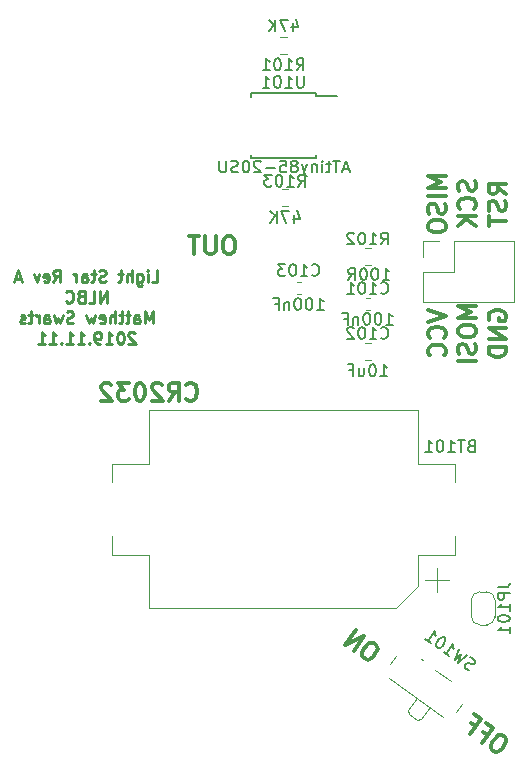
<source format=gbr>
G04 #@! TF.GenerationSoftware,KiCad,Pcbnew,(5.1.2)-2*
G04 #@! TF.CreationDate,2019-11-11T22:41:20-05:00*
G04 #@! TF.ProjectId,LightStar_RevA,4c696768-7453-4746-9172-5f526576412e,rev?*
G04 #@! TF.SameCoordinates,Original*
G04 #@! TF.FileFunction,Legend,Bot*
G04 #@! TF.FilePolarity,Positive*
%FSLAX46Y46*%
G04 Gerber Fmt 4.6, Leading zero omitted, Abs format (unit mm)*
G04 Created by KiCad (PCBNEW (5.1.2)-2) date 2019-11-11 22:41:20*
%MOMM*%
%LPD*%
G04 APERTURE LIST*
%ADD10C,0.250000*%
%ADD11C,0.300000*%
%ADD12C,0.120000*%
%ADD13C,0.150000*%
%ADD14R,2.702000X3.702000*%
%ADD15R,1.902000X2.102000*%
%ADD16O,2.102000X2.102000*%
%ADD17O,1.902000X2.102000*%
%ADD18C,0.050000*%
%ADD19C,0.977000*%
%ADD20C,1.077000*%
%ADD21R,1.902000X1.902000*%
%ADD22C,1.902000*%
%ADD23C,0.500000*%
%ADD24C,1.002000*%
%ADD25C,0.802000*%
%ADD26C,0.902000*%
%ADD27R,1.802000X0.752000*%
%ADD28C,2.102000*%
%ADD29R,2.102000X2.102000*%
G04 APERTURE END LIST*
D10*
X137353809Y-102017380D02*
X137830000Y-102017380D01*
X137830000Y-101017380D01*
X137020476Y-102017380D02*
X137020476Y-101350714D01*
X137020476Y-101017380D02*
X137068095Y-101065000D01*
X137020476Y-101112619D01*
X136972857Y-101065000D01*
X137020476Y-101017380D01*
X137020476Y-101112619D01*
X136115714Y-101350714D02*
X136115714Y-102160238D01*
X136163333Y-102255476D01*
X136210952Y-102303095D01*
X136306190Y-102350714D01*
X136449047Y-102350714D01*
X136544285Y-102303095D01*
X136115714Y-101969761D02*
X136210952Y-102017380D01*
X136401428Y-102017380D01*
X136496666Y-101969761D01*
X136544285Y-101922142D01*
X136591904Y-101826904D01*
X136591904Y-101541190D01*
X136544285Y-101445952D01*
X136496666Y-101398333D01*
X136401428Y-101350714D01*
X136210952Y-101350714D01*
X136115714Y-101398333D01*
X135639523Y-102017380D02*
X135639523Y-101017380D01*
X135210952Y-102017380D02*
X135210952Y-101493571D01*
X135258571Y-101398333D01*
X135353809Y-101350714D01*
X135496666Y-101350714D01*
X135591904Y-101398333D01*
X135639523Y-101445952D01*
X134877619Y-101350714D02*
X134496666Y-101350714D01*
X134734761Y-101017380D02*
X134734761Y-101874523D01*
X134687142Y-101969761D01*
X134591904Y-102017380D01*
X134496666Y-102017380D01*
X133449047Y-101969761D02*
X133306190Y-102017380D01*
X133068095Y-102017380D01*
X132972857Y-101969761D01*
X132925238Y-101922142D01*
X132877619Y-101826904D01*
X132877619Y-101731666D01*
X132925238Y-101636428D01*
X132972857Y-101588809D01*
X133068095Y-101541190D01*
X133258571Y-101493571D01*
X133353809Y-101445952D01*
X133401428Y-101398333D01*
X133449047Y-101303095D01*
X133449047Y-101207857D01*
X133401428Y-101112619D01*
X133353809Y-101065000D01*
X133258571Y-101017380D01*
X133020476Y-101017380D01*
X132877619Y-101065000D01*
X132591904Y-101350714D02*
X132210952Y-101350714D01*
X132449047Y-101017380D02*
X132449047Y-101874523D01*
X132401428Y-101969761D01*
X132306190Y-102017380D01*
X132210952Y-102017380D01*
X131449047Y-102017380D02*
X131449047Y-101493571D01*
X131496666Y-101398333D01*
X131591904Y-101350714D01*
X131782380Y-101350714D01*
X131877619Y-101398333D01*
X131449047Y-101969761D02*
X131544285Y-102017380D01*
X131782380Y-102017380D01*
X131877619Y-101969761D01*
X131925238Y-101874523D01*
X131925238Y-101779285D01*
X131877619Y-101684047D01*
X131782380Y-101636428D01*
X131544285Y-101636428D01*
X131449047Y-101588809D01*
X130972857Y-102017380D02*
X130972857Y-101350714D01*
X130972857Y-101541190D02*
X130925238Y-101445952D01*
X130877619Y-101398333D01*
X130782380Y-101350714D01*
X130687142Y-101350714D01*
X129020476Y-102017380D02*
X129353809Y-101541190D01*
X129591904Y-102017380D02*
X129591904Y-101017380D01*
X129210952Y-101017380D01*
X129115714Y-101065000D01*
X129068095Y-101112619D01*
X129020476Y-101207857D01*
X129020476Y-101350714D01*
X129068095Y-101445952D01*
X129115714Y-101493571D01*
X129210952Y-101541190D01*
X129591904Y-101541190D01*
X128210952Y-101969761D02*
X128306190Y-102017380D01*
X128496666Y-102017380D01*
X128591904Y-101969761D01*
X128639523Y-101874523D01*
X128639523Y-101493571D01*
X128591904Y-101398333D01*
X128496666Y-101350714D01*
X128306190Y-101350714D01*
X128210952Y-101398333D01*
X128163333Y-101493571D01*
X128163333Y-101588809D01*
X128639523Y-101684047D01*
X127830000Y-101350714D02*
X127591904Y-102017380D01*
X127353809Y-101350714D01*
X126258571Y-101731666D02*
X125782380Y-101731666D01*
X126353809Y-102017380D02*
X126020476Y-101017380D01*
X125687142Y-102017380D01*
X133520476Y-103767380D02*
X133520476Y-102767380D01*
X132949047Y-103767380D01*
X132949047Y-102767380D01*
X131996666Y-103767380D02*
X132472857Y-103767380D01*
X132472857Y-102767380D01*
X131330000Y-103243571D02*
X131187142Y-103291190D01*
X131139523Y-103338809D01*
X131091904Y-103434047D01*
X131091904Y-103576904D01*
X131139523Y-103672142D01*
X131187142Y-103719761D01*
X131282380Y-103767380D01*
X131663333Y-103767380D01*
X131663333Y-102767380D01*
X131330000Y-102767380D01*
X131234761Y-102815000D01*
X131187142Y-102862619D01*
X131139523Y-102957857D01*
X131139523Y-103053095D01*
X131187142Y-103148333D01*
X131234761Y-103195952D01*
X131330000Y-103243571D01*
X131663333Y-103243571D01*
X130091904Y-103672142D02*
X130139523Y-103719761D01*
X130282380Y-103767380D01*
X130377619Y-103767380D01*
X130520476Y-103719761D01*
X130615714Y-103624523D01*
X130663333Y-103529285D01*
X130710952Y-103338809D01*
X130710952Y-103195952D01*
X130663333Y-103005476D01*
X130615714Y-102910238D01*
X130520476Y-102815000D01*
X130377619Y-102767380D01*
X130282380Y-102767380D01*
X130139523Y-102815000D01*
X130091904Y-102862619D01*
X137425238Y-105517380D02*
X137425238Y-104517380D01*
X137091904Y-105231666D01*
X136758571Y-104517380D01*
X136758571Y-105517380D01*
X135853809Y-105517380D02*
X135853809Y-104993571D01*
X135901428Y-104898333D01*
X135996666Y-104850714D01*
X136187142Y-104850714D01*
X136282380Y-104898333D01*
X135853809Y-105469761D02*
X135949047Y-105517380D01*
X136187142Y-105517380D01*
X136282380Y-105469761D01*
X136330000Y-105374523D01*
X136330000Y-105279285D01*
X136282380Y-105184047D01*
X136187142Y-105136428D01*
X135949047Y-105136428D01*
X135853809Y-105088809D01*
X135520476Y-104850714D02*
X135139523Y-104850714D01*
X135377619Y-104517380D02*
X135377619Y-105374523D01*
X135330000Y-105469761D01*
X135234761Y-105517380D01*
X135139523Y-105517380D01*
X134949047Y-104850714D02*
X134568095Y-104850714D01*
X134806190Y-104517380D02*
X134806190Y-105374523D01*
X134758571Y-105469761D01*
X134663333Y-105517380D01*
X134568095Y-105517380D01*
X134234761Y-105517380D02*
X134234761Y-104517380D01*
X133806190Y-105517380D02*
X133806190Y-104993571D01*
X133853809Y-104898333D01*
X133949047Y-104850714D01*
X134091904Y-104850714D01*
X134187142Y-104898333D01*
X134234761Y-104945952D01*
X132949047Y-105469761D02*
X133044285Y-105517380D01*
X133234761Y-105517380D01*
X133330000Y-105469761D01*
X133377619Y-105374523D01*
X133377619Y-104993571D01*
X133330000Y-104898333D01*
X133234761Y-104850714D01*
X133044285Y-104850714D01*
X132949047Y-104898333D01*
X132901428Y-104993571D01*
X132901428Y-105088809D01*
X133377619Y-105184047D01*
X132568095Y-104850714D02*
X132377619Y-105517380D01*
X132187142Y-105041190D01*
X131996666Y-105517380D01*
X131806190Y-104850714D01*
X130710952Y-105469761D02*
X130568095Y-105517380D01*
X130330000Y-105517380D01*
X130234761Y-105469761D01*
X130187142Y-105422142D01*
X130139523Y-105326904D01*
X130139523Y-105231666D01*
X130187142Y-105136428D01*
X130234761Y-105088809D01*
X130330000Y-105041190D01*
X130520476Y-104993571D01*
X130615714Y-104945952D01*
X130663333Y-104898333D01*
X130710952Y-104803095D01*
X130710952Y-104707857D01*
X130663333Y-104612619D01*
X130615714Y-104565000D01*
X130520476Y-104517380D01*
X130282380Y-104517380D01*
X130139523Y-104565000D01*
X129806190Y-104850714D02*
X129615714Y-105517380D01*
X129425238Y-105041190D01*
X129234761Y-105517380D01*
X129044285Y-104850714D01*
X128234761Y-105517380D02*
X128234761Y-104993571D01*
X128282380Y-104898333D01*
X128377619Y-104850714D01*
X128568095Y-104850714D01*
X128663333Y-104898333D01*
X128234761Y-105469761D02*
X128330000Y-105517380D01*
X128568095Y-105517380D01*
X128663333Y-105469761D01*
X128710952Y-105374523D01*
X128710952Y-105279285D01*
X128663333Y-105184047D01*
X128568095Y-105136428D01*
X128330000Y-105136428D01*
X128234761Y-105088809D01*
X127758571Y-105517380D02*
X127758571Y-104850714D01*
X127758571Y-105041190D02*
X127710952Y-104945952D01*
X127663333Y-104898333D01*
X127568095Y-104850714D01*
X127472857Y-104850714D01*
X127282380Y-104850714D02*
X126901428Y-104850714D01*
X127139523Y-104517380D02*
X127139523Y-105374523D01*
X127091904Y-105469761D01*
X126996666Y-105517380D01*
X126901428Y-105517380D01*
X126615714Y-105469761D02*
X126520476Y-105517380D01*
X126330000Y-105517380D01*
X126234761Y-105469761D01*
X126187142Y-105374523D01*
X126187142Y-105326904D01*
X126234761Y-105231666D01*
X126330000Y-105184047D01*
X126472857Y-105184047D01*
X126568095Y-105136428D01*
X126615714Y-105041190D01*
X126615714Y-104993571D01*
X126568095Y-104898333D01*
X126472857Y-104850714D01*
X126330000Y-104850714D01*
X126234761Y-104898333D01*
X135925238Y-106362619D02*
X135877619Y-106315000D01*
X135782380Y-106267380D01*
X135544285Y-106267380D01*
X135449047Y-106315000D01*
X135401428Y-106362619D01*
X135353809Y-106457857D01*
X135353809Y-106553095D01*
X135401428Y-106695952D01*
X135972857Y-107267380D01*
X135353809Y-107267380D01*
X134734761Y-106267380D02*
X134639523Y-106267380D01*
X134544285Y-106315000D01*
X134496666Y-106362619D01*
X134449047Y-106457857D01*
X134401428Y-106648333D01*
X134401428Y-106886428D01*
X134449047Y-107076904D01*
X134496666Y-107172142D01*
X134544285Y-107219761D01*
X134639523Y-107267380D01*
X134734761Y-107267380D01*
X134830000Y-107219761D01*
X134877619Y-107172142D01*
X134925238Y-107076904D01*
X134972857Y-106886428D01*
X134972857Y-106648333D01*
X134925238Y-106457857D01*
X134877619Y-106362619D01*
X134830000Y-106315000D01*
X134734761Y-106267380D01*
X133449047Y-107267380D02*
X134020476Y-107267380D01*
X133734761Y-107267380D02*
X133734761Y-106267380D01*
X133830000Y-106410238D01*
X133925238Y-106505476D01*
X134020476Y-106553095D01*
X132972857Y-107267380D02*
X132782380Y-107267380D01*
X132687142Y-107219761D01*
X132639523Y-107172142D01*
X132544285Y-107029285D01*
X132496666Y-106838809D01*
X132496666Y-106457857D01*
X132544285Y-106362619D01*
X132591904Y-106315000D01*
X132687142Y-106267380D01*
X132877619Y-106267380D01*
X132972857Y-106315000D01*
X133020476Y-106362619D01*
X133068095Y-106457857D01*
X133068095Y-106695952D01*
X133020476Y-106791190D01*
X132972857Y-106838809D01*
X132877619Y-106886428D01*
X132687142Y-106886428D01*
X132591904Y-106838809D01*
X132544285Y-106791190D01*
X132496666Y-106695952D01*
X132068095Y-107172142D02*
X132020476Y-107219761D01*
X132068095Y-107267380D01*
X132115714Y-107219761D01*
X132068095Y-107172142D01*
X132068095Y-107267380D01*
X131068095Y-107267380D02*
X131639523Y-107267380D01*
X131353809Y-107267380D02*
X131353809Y-106267380D01*
X131449047Y-106410238D01*
X131544285Y-106505476D01*
X131639523Y-106553095D01*
X130115714Y-107267380D02*
X130687142Y-107267380D01*
X130401428Y-107267380D02*
X130401428Y-106267380D01*
X130496666Y-106410238D01*
X130591904Y-106505476D01*
X130687142Y-106553095D01*
X129687142Y-107172142D02*
X129639523Y-107219761D01*
X129687142Y-107267380D01*
X129734761Y-107219761D01*
X129687142Y-107172142D01*
X129687142Y-107267380D01*
X128687142Y-107267380D02*
X129258571Y-107267380D01*
X128972857Y-107267380D02*
X128972857Y-106267380D01*
X129068095Y-106410238D01*
X129163333Y-106505476D01*
X129258571Y-106553095D01*
X127734761Y-107267380D02*
X128306190Y-107267380D01*
X128020476Y-107267380D02*
X128020476Y-106267380D01*
X128115714Y-106410238D01*
X128210952Y-106505476D01*
X128306190Y-106553095D01*
D11*
X140272857Y-111925714D02*
X140344285Y-111997142D01*
X140558571Y-112068571D01*
X140701428Y-112068571D01*
X140915714Y-111997142D01*
X141058571Y-111854285D01*
X141130000Y-111711428D01*
X141201428Y-111425714D01*
X141201428Y-111211428D01*
X141130000Y-110925714D01*
X141058571Y-110782857D01*
X140915714Y-110640000D01*
X140701428Y-110568571D01*
X140558571Y-110568571D01*
X140344285Y-110640000D01*
X140272857Y-110711428D01*
X138772857Y-112068571D02*
X139272857Y-111354285D01*
X139630000Y-112068571D02*
X139630000Y-110568571D01*
X139058571Y-110568571D01*
X138915714Y-110640000D01*
X138844285Y-110711428D01*
X138772857Y-110854285D01*
X138772857Y-111068571D01*
X138844285Y-111211428D01*
X138915714Y-111282857D01*
X139058571Y-111354285D01*
X139630000Y-111354285D01*
X138201428Y-110711428D02*
X138130000Y-110640000D01*
X137987142Y-110568571D01*
X137630000Y-110568571D01*
X137487142Y-110640000D01*
X137415714Y-110711428D01*
X137344285Y-110854285D01*
X137344285Y-110997142D01*
X137415714Y-111211428D01*
X138272857Y-112068571D01*
X137344285Y-112068571D01*
X136415714Y-110568571D02*
X136272857Y-110568571D01*
X136130000Y-110640000D01*
X136058571Y-110711428D01*
X135987142Y-110854285D01*
X135915714Y-111140000D01*
X135915714Y-111497142D01*
X135987142Y-111782857D01*
X136058571Y-111925714D01*
X136130000Y-111997142D01*
X136272857Y-112068571D01*
X136415714Y-112068571D01*
X136558571Y-111997142D01*
X136630000Y-111925714D01*
X136701428Y-111782857D01*
X136772857Y-111497142D01*
X136772857Y-111140000D01*
X136701428Y-110854285D01*
X136630000Y-110711428D01*
X136558571Y-110640000D01*
X136415714Y-110568571D01*
X135415714Y-110568571D02*
X134487142Y-110568571D01*
X134987142Y-111140000D01*
X134772857Y-111140000D01*
X134630000Y-111211428D01*
X134558571Y-111282857D01*
X134487142Y-111425714D01*
X134487142Y-111782857D01*
X134558571Y-111925714D01*
X134630000Y-111997142D01*
X134772857Y-112068571D01*
X135201428Y-112068571D01*
X135344285Y-111997142D01*
X135415714Y-111925714D01*
X133915714Y-110711428D02*
X133844285Y-110640000D01*
X133701428Y-110568571D01*
X133344285Y-110568571D01*
X133201428Y-110640000D01*
X133130000Y-110711428D01*
X133058571Y-110854285D01*
X133058571Y-110997142D01*
X133130000Y-111211428D01*
X133987142Y-112068571D01*
X133058571Y-112068571D01*
X167268562Y-140565143D02*
X167037414Y-140397204D01*
X166879855Y-140371022D01*
X166680312Y-140402627D01*
X166454587Y-140591790D01*
X166160694Y-140996298D01*
X166050542Y-141269430D01*
X166082147Y-141468974D01*
X166155736Y-141610730D01*
X166386884Y-141778669D01*
X166544442Y-141804851D01*
X166743985Y-141773246D01*
X166969711Y-141584083D01*
X167263604Y-141179575D01*
X167373755Y-140906442D01*
X167342151Y-140706899D01*
X167268562Y-140565143D01*
X165404042Y-140093396D02*
X165808550Y-140387288D01*
X165346719Y-141022945D02*
X166228397Y-139809419D01*
X165650528Y-139389573D01*
X164363877Y-139337672D02*
X164768386Y-139631565D01*
X164306554Y-140267221D02*
X165188232Y-139053695D01*
X164610363Y-138633849D01*
X156364053Y-132771250D02*
X156132905Y-132603312D01*
X155975347Y-132577129D01*
X155775804Y-132608734D01*
X155550078Y-132797897D01*
X155256186Y-133202405D01*
X155146034Y-133475538D01*
X155177638Y-133675081D01*
X155251228Y-133816837D01*
X155482375Y-133984776D01*
X155639934Y-134010958D01*
X155839477Y-133979354D01*
X156065203Y-133790191D01*
X156359095Y-133385682D01*
X156469247Y-133112550D01*
X156437642Y-132913007D01*
X156364053Y-132771250D01*
X154442211Y-133229052D02*
X155323888Y-132015527D01*
X153748767Y-132725236D01*
X154630445Y-131511711D01*
X160758571Y-104390000D02*
X162258571Y-104890000D01*
X160758571Y-105390000D01*
X162115714Y-106747142D02*
X162187142Y-106675714D01*
X162258571Y-106461428D01*
X162258571Y-106318571D01*
X162187142Y-106104285D01*
X162044285Y-105961428D01*
X161901428Y-105890000D01*
X161615714Y-105818571D01*
X161401428Y-105818571D01*
X161115714Y-105890000D01*
X160972857Y-105961428D01*
X160830000Y-106104285D01*
X160758571Y-106318571D01*
X160758571Y-106461428D01*
X160830000Y-106675714D01*
X160901428Y-106747142D01*
X162115714Y-108247142D02*
X162187142Y-108175714D01*
X162258571Y-107961428D01*
X162258571Y-107818571D01*
X162187142Y-107604285D01*
X162044285Y-107461428D01*
X161901428Y-107390000D01*
X161615714Y-107318571D01*
X161401428Y-107318571D01*
X161115714Y-107390000D01*
X160972857Y-107461428D01*
X160830000Y-107604285D01*
X160758571Y-107818571D01*
X160758571Y-107961428D01*
X160830000Y-108175714D01*
X160901428Y-108247142D01*
X164808571Y-104032857D02*
X163308571Y-104032857D01*
X164380000Y-104532857D01*
X163308571Y-105032857D01*
X164808571Y-105032857D01*
X163308571Y-106032857D02*
X163308571Y-106318571D01*
X163380000Y-106461428D01*
X163522857Y-106604285D01*
X163808571Y-106675714D01*
X164308571Y-106675714D01*
X164594285Y-106604285D01*
X164737142Y-106461428D01*
X164808571Y-106318571D01*
X164808571Y-106032857D01*
X164737142Y-105890000D01*
X164594285Y-105747142D01*
X164308571Y-105675714D01*
X163808571Y-105675714D01*
X163522857Y-105747142D01*
X163380000Y-105890000D01*
X163308571Y-106032857D01*
X164737142Y-107247142D02*
X164808571Y-107461428D01*
X164808571Y-107818571D01*
X164737142Y-107961428D01*
X164665714Y-108032857D01*
X164522857Y-108104285D01*
X164380000Y-108104285D01*
X164237142Y-108032857D01*
X164165714Y-107961428D01*
X164094285Y-107818571D01*
X164022857Y-107532857D01*
X163951428Y-107390000D01*
X163880000Y-107318571D01*
X163737142Y-107247142D01*
X163594285Y-107247142D01*
X163451428Y-107318571D01*
X163380000Y-107390000D01*
X163308571Y-107532857D01*
X163308571Y-107890000D01*
X163380000Y-108104285D01*
X164808571Y-108747142D02*
X163308571Y-108747142D01*
X165930000Y-105247142D02*
X165858571Y-105104285D01*
X165858571Y-104890000D01*
X165930000Y-104675714D01*
X166072857Y-104532857D01*
X166215714Y-104461428D01*
X166501428Y-104390000D01*
X166715714Y-104390000D01*
X167001428Y-104461428D01*
X167144285Y-104532857D01*
X167287142Y-104675714D01*
X167358571Y-104890000D01*
X167358571Y-105032857D01*
X167287142Y-105247142D01*
X167215714Y-105318571D01*
X166715714Y-105318571D01*
X166715714Y-105032857D01*
X167358571Y-105961428D02*
X165858571Y-105961428D01*
X167358571Y-106818571D01*
X165858571Y-106818571D01*
X167358571Y-107532857D02*
X165858571Y-107532857D01*
X165858571Y-107890000D01*
X165930000Y-108104285D01*
X166072857Y-108247142D01*
X166215714Y-108318571D01*
X166501428Y-108390000D01*
X166715714Y-108390000D01*
X167001428Y-108318571D01*
X167144285Y-108247142D01*
X167287142Y-108104285D01*
X167358571Y-107890000D01*
X167358571Y-107532857D01*
X162258571Y-93032857D02*
X160758571Y-93032857D01*
X161830000Y-93532857D01*
X160758571Y-94032857D01*
X162258571Y-94032857D01*
X162258571Y-94747142D02*
X160758571Y-94747142D01*
X162187142Y-95390000D02*
X162258571Y-95604285D01*
X162258571Y-95961428D01*
X162187142Y-96104285D01*
X162115714Y-96175714D01*
X161972857Y-96247142D01*
X161830000Y-96247142D01*
X161687142Y-96175714D01*
X161615714Y-96104285D01*
X161544285Y-95961428D01*
X161472857Y-95675714D01*
X161401428Y-95532857D01*
X161330000Y-95461428D01*
X161187142Y-95390000D01*
X161044285Y-95390000D01*
X160901428Y-95461428D01*
X160830000Y-95532857D01*
X160758571Y-95675714D01*
X160758571Y-96032857D01*
X160830000Y-96247142D01*
X160758571Y-97175714D02*
X160758571Y-97461428D01*
X160830000Y-97604285D01*
X160972857Y-97747142D01*
X161258571Y-97818571D01*
X161758571Y-97818571D01*
X162044285Y-97747142D01*
X162187142Y-97604285D01*
X162258571Y-97461428D01*
X162258571Y-97175714D01*
X162187142Y-97032857D01*
X162044285Y-96890000D01*
X161758571Y-96818571D01*
X161258571Y-96818571D01*
X160972857Y-96890000D01*
X160830000Y-97032857D01*
X160758571Y-97175714D01*
X164737142Y-93461428D02*
X164808571Y-93675714D01*
X164808571Y-94032857D01*
X164737142Y-94175714D01*
X164665714Y-94247142D01*
X164522857Y-94318571D01*
X164380000Y-94318571D01*
X164237142Y-94247142D01*
X164165714Y-94175714D01*
X164094285Y-94032857D01*
X164022857Y-93747142D01*
X163951428Y-93604285D01*
X163880000Y-93532857D01*
X163737142Y-93461428D01*
X163594285Y-93461428D01*
X163451428Y-93532857D01*
X163380000Y-93604285D01*
X163308571Y-93747142D01*
X163308571Y-94104285D01*
X163380000Y-94318571D01*
X164665714Y-95818571D02*
X164737142Y-95747142D01*
X164808571Y-95532857D01*
X164808571Y-95390000D01*
X164737142Y-95175714D01*
X164594285Y-95032857D01*
X164451428Y-94961428D01*
X164165714Y-94890000D01*
X163951428Y-94890000D01*
X163665714Y-94961428D01*
X163522857Y-95032857D01*
X163380000Y-95175714D01*
X163308571Y-95390000D01*
X163308571Y-95532857D01*
X163380000Y-95747142D01*
X163451428Y-95818571D01*
X164808571Y-96461428D02*
X163308571Y-96461428D01*
X164808571Y-97318571D02*
X163951428Y-96675714D01*
X163308571Y-97318571D02*
X164165714Y-96461428D01*
X167358571Y-94568571D02*
X166644285Y-94068571D01*
X167358571Y-93711428D02*
X165858571Y-93711428D01*
X165858571Y-94282857D01*
X165930000Y-94425714D01*
X166001428Y-94497142D01*
X166144285Y-94568571D01*
X166358571Y-94568571D01*
X166501428Y-94497142D01*
X166572857Y-94425714D01*
X166644285Y-94282857D01*
X166644285Y-93711428D01*
X167287142Y-95140000D02*
X167358571Y-95354285D01*
X167358571Y-95711428D01*
X167287142Y-95854285D01*
X167215714Y-95925714D01*
X167072857Y-95997142D01*
X166930000Y-95997142D01*
X166787142Y-95925714D01*
X166715714Y-95854285D01*
X166644285Y-95711428D01*
X166572857Y-95425714D01*
X166501428Y-95282857D01*
X166430000Y-95211428D01*
X166287142Y-95140000D01*
X166144285Y-95140000D01*
X166001428Y-95211428D01*
X165930000Y-95282857D01*
X165858571Y-95425714D01*
X165858571Y-95782857D01*
X165930000Y-95997142D01*
X165858571Y-96425714D02*
X165858571Y-97282857D01*
X167358571Y-96854285D02*
X165858571Y-96854285D01*
X144030000Y-98168571D02*
X143744285Y-98168571D01*
X143601428Y-98240000D01*
X143458571Y-98382857D01*
X143387142Y-98668571D01*
X143387142Y-99168571D01*
X143458571Y-99454285D01*
X143601428Y-99597142D01*
X143744285Y-99668571D01*
X144030000Y-99668571D01*
X144172857Y-99597142D01*
X144315714Y-99454285D01*
X144387142Y-99168571D01*
X144387142Y-98668571D01*
X144315714Y-98382857D01*
X144172857Y-98240000D01*
X144030000Y-98168571D01*
X142744285Y-98168571D02*
X142744285Y-99382857D01*
X142672857Y-99525714D01*
X142601428Y-99597142D01*
X142458571Y-99668571D01*
X142172857Y-99668571D01*
X142030000Y-99597142D01*
X141958571Y-99525714D01*
X141887142Y-99382857D01*
X141887142Y-98168571D01*
X141387142Y-98168571D02*
X140530000Y-98168571D01*
X140958571Y-99668571D02*
X140958571Y-98168571D01*
D12*
X137150000Y-125100000D02*
X133950000Y-125100000D01*
X133950000Y-125100000D02*
X133950000Y-123550000D01*
X137150000Y-129600000D02*
X137150000Y-125100000D01*
X137150000Y-129600000D02*
X158050000Y-129600000D01*
X159850000Y-127800000D02*
X159850000Y-125100000D01*
X158050000Y-129600000D02*
X159850000Y-127800000D01*
X159850000Y-125100000D02*
X163050000Y-125100000D01*
X163050000Y-125100000D02*
X163050000Y-123550000D01*
X159850000Y-117400000D02*
X163050000Y-117400000D01*
X163050000Y-117400000D02*
X163050000Y-118950000D01*
X137150000Y-117400000D02*
X133950000Y-117400000D01*
X133950000Y-117400000D02*
X133950000Y-118950000D01*
X159850000Y-112900000D02*
X137150000Y-112900000D01*
X159850000Y-112900000D02*
X159850000Y-117400000D01*
X137150000Y-112900000D02*
X137150000Y-117400000D01*
X161500000Y-126250000D02*
X161500000Y-128250000D01*
X160500000Y-127250000D02*
X162500000Y-127250000D01*
X168040000Y-98560000D02*
X168040000Y-103760000D01*
X162900000Y-98560000D02*
X168040000Y-98560000D01*
X160300000Y-103760000D02*
X168040000Y-103760000D01*
X162900000Y-98560000D02*
X162900000Y-101160000D01*
X162900000Y-101160000D02*
X160300000Y-101160000D01*
X160300000Y-101160000D02*
X160300000Y-103760000D01*
X161630000Y-98560000D02*
X160300000Y-98560000D01*
X160300000Y-98560000D02*
X160300000Y-99890000D01*
X155792779Y-104400000D02*
X155467221Y-104400000D01*
X155792779Y-103380000D02*
X155467221Y-103380000D01*
X155888578Y-107180000D02*
X155371422Y-107180000D01*
X155888578Y-108600000D02*
X155371422Y-108600000D01*
X149950280Y-101990000D02*
X149624722Y-101990000D01*
X149950280Y-103010000D02*
X149624722Y-103010000D01*
X166400000Y-128950000D02*
G75*
G03X165700000Y-128250000I-700000J0D01*
G01*
X165100000Y-128250000D02*
G75*
G03X164400000Y-128950000I0J-700000D01*
G01*
X164400000Y-130350000D02*
G75*
G03X165100000Y-131050000I700000J0D01*
G01*
X165700000Y-131050000D02*
G75*
G03X166400000Y-130350000I0J700000D01*
G01*
X165100000Y-131050000D02*
X165700000Y-131050000D01*
X164400000Y-128950000D02*
X164400000Y-130350000D01*
X165700000Y-128250000D02*
X165100000Y-128250000D01*
X166400000Y-130350000D02*
X166400000Y-128950000D01*
X148241422Y-81290000D02*
X148758578Y-81290000D01*
X148241422Y-82710000D02*
X148758578Y-82710000D01*
X155371422Y-100600000D02*
X155888578Y-100600000D01*
X155371422Y-99180000D02*
X155888578Y-99180000D01*
X148888578Y-94180000D02*
X148371422Y-94180000D01*
X148888578Y-95600000D02*
X148371422Y-95600000D01*
X160275696Y-134071002D02*
X160113892Y-133953445D01*
X160107512Y-139066131D02*
X159822274Y-139118467D01*
X159055790Y-138302010D02*
X159094159Y-138589460D01*
X160865755Y-138022499D02*
X160107512Y-139066131D01*
X159822274Y-139118467D02*
X159094159Y-138589460D01*
X159055790Y-138302010D02*
X159814033Y-137258378D01*
X162038830Y-138874787D02*
X157427433Y-135524411D01*
X162702747Y-135834357D02*
X161327418Y-134835122D01*
X163582254Y-137771228D02*
X163117903Y-138410351D01*
X157535686Y-134354633D02*
X158000036Y-133715510D01*
D13*
X151250000Y-86045000D02*
X151250000Y-86250000D01*
X145750000Y-86045000D02*
X145750000Y-86345000D01*
X145750000Y-91555000D02*
X145750000Y-91255000D01*
X151250000Y-91555000D02*
X151250000Y-91255000D01*
X151250000Y-86045000D02*
X145750000Y-86045000D01*
X151250000Y-91555000D02*
X145750000Y-91555000D01*
X151250000Y-86250000D02*
X153000000Y-86250000D01*
X164363095Y-115878571D02*
X164220238Y-115926190D01*
X164172619Y-115973809D01*
X164125000Y-116069047D01*
X164125000Y-116211904D01*
X164172619Y-116307142D01*
X164220238Y-116354761D01*
X164315476Y-116402380D01*
X164696428Y-116402380D01*
X164696428Y-115402380D01*
X164363095Y-115402380D01*
X164267857Y-115450000D01*
X164220238Y-115497619D01*
X164172619Y-115592857D01*
X164172619Y-115688095D01*
X164220238Y-115783333D01*
X164267857Y-115830952D01*
X164363095Y-115878571D01*
X164696428Y-115878571D01*
X163839285Y-115402380D02*
X163267857Y-115402380D01*
X163553571Y-116402380D02*
X163553571Y-115402380D01*
X162410714Y-116402380D02*
X162982142Y-116402380D01*
X162696428Y-116402380D02*
X162696428Y-115402380D01*
X162791666Y-115545238D01*
X162886904Y-115640476D01*
X162982142Y-115688095D01*
X161791666Y-115402380D02*
X161696428Y-115402380D01*
X161601190Y-115450000D01*
X161553571Y-115497619D01*
X161505952Y-115592857D01*
X161458333Y-115783333D01*
X161458333Y-116021428D01*
X161505952Y-116211904D01*
X161553571Y-116307142D01*
X161601190Y-116354761D01*
X161696428Y-116402380D01*
X161791666Y-116402380D01*
X161886904Y-116354761D01*
X161934523Y-116307142D01*
X161982142Y-116211904D01*
X162029761Y-116021428D01*
X162029761Y-115783333D01*
X161982142Y-115592857D01*
X161934523Y-115497619D01*
X161886904Y-115450000D01*
X161791666Y-115402380D01*
X160505952Y-116402380D02*
X161077380Y-116402380D01*
X160791666Y-116402380D02*
X160791666Y-115402380D01*
X160886904Y-115545238D01*
X160982142Y-115640476D01*
X161077380Y-115688095D01*
X156749047Y-102947142D02*
X156796666Y-102994761D01*
X156939523Y-103042380D01*
X157034761Y-103042380D01*
X157177619Y-102994761D01*
X157272857Y-102899523D01*
X157320476Y-102804285D01*
X157368095Y-102613809D01*
X157368095Y-102470952D01*
X157320476Y-102280476D01*
X157272857Y-102185238D01*
X157177619Y-102090000D01*
X157034761Y-102042380D01*
X156939523Y-102042380D01*
X156796666Y-102090000D01*
X156749047Y-102137619D01*
X155796666Y-103042380D02*
X156368095Y-103042380D01*
X156082380Y-103042380D02*
X156082380Y-102042380D01*
X156177619Y-102185238D01*
X156272857Y-102280476D01*
X156368095Y-102328095D01*
X155177619Y-102042380D02*
X155082380Y-102042380D01*
X154987142Y-102090000D01*
X154939523Y-102137619D01*
X154891904Y-102232857D01*
X154844285Y-102423333D01*
X154844285Y-102661428D01*
X154891904Y-102851904D01*
X154939523Y-102947142D01*
X154987142Y-102994761D01*
X155082380Y-103042380D01*
X155177619Y-103042380D01*
X155272857Y-102994761D01*
X155320476Y-102947142D01*
X155368095Y-102851904D01*
X155415714Y-102661428D01*
X155415714Y-102423333D01*
X155368095Y-102232857D01*
X155320476Y-102137619D01*
X155272857Y-102090000D01*
X155177619Y-102042380D01*
X153891904Y-103042380D02*
X154463333Y-103042380D01*
X154177619Y-103042380D02*
X154177619Y-102042380D01*
X154272857Y-102185238D01*
X154368095Y-102280476D01*
X154463333Y-102328095D01*
X157177619Y-105642380D02*
X157749047Y-105642380D01*
X157463333Y-105642380D02*
X157463333Y-104642380D01*
X157558571Y-104785238D01*
X157653809Y-104880476D01*
X157749047Y-104928095D01*
X156558571Y-104642380D02*
X156463333Y-104642380D01*
X156368095Y-104690000D01*
X156320476Y-104737619D01*
X156272857Y-104832857D01*
X156225238Y-105023333D01*
X156225238Y-105261428D01*
X156272857Y-105451904D01*
X156320476Y-105547142D01*
X156368095Y-105594761D01*
X156463333Y-105642380D01*
X156558571Y-105642380D01*
X156653809Y-105594761D01*
X156701428Y-105547142D01*
X156749047Y-105451904D01*
X156796666Y-105261428D01*
X156796666Y-105023333D01*
X156749047Y-104832857D01*
X156701428Y-104737619D01*
X156653809Y-104690000D01*
X156558571Y-104642380D01*
X155606190Y-104642380D02*
X155510952Y-104642380D01*
X155415714Y-104690000D01*
X155368095Y-104737619D01*
X155320476Y-104832857D01*
X155272857Y-105023333D01*
X155272857Y-105261428D01*
X155320476Y-105451904D01*
X155368095Y-105547142D01*
X155415714Y-105594761D01*
X155510952Y-105642380D01*
X155606190Y-105642380D01*
X155701428Y-105594761D01*
X155749047Y-105547142D01*
X155796666Y-105451904D01*
X155844285Y-105261428D01*
X155844285Y-105023333D01*
X155796666Y-104832857D01*
X155749047Y-104737619D01*
X155701428Y-104690000D01*
X155606190Y-104642380D01*
X154844285Y-104975714D02*
X154844285Y-105642380D01*
X154844285Y-105070952D02*
X154796666Y-105023333D01*
X154701428Y-104975714D01*
X154558571Y-104975714D01*
X154463333Y-105023333D01*
X154415714Y-105118571D01*
X154415714Y-105642380D01*
X153606190Y-105118571D02*
X153939523Y-105118571D01*
X153939523Y-105642380D02*
X153939523Y-104642380D01*
X153463333Y-104642380D01*
X156749047Y-106747142D02*
X156796666Y-106794761D01*
X156939523Y-106842380D01*
X157034761Y-106842380D01*
X157177619Y-106794761D01*
X157272857Y-106699523D01*
X157320476Y-106604285D01*
X157368095Y-106413809D01*
X157368095Y-106270952D01*
X157320476Y-106080476D01*
X157272857Y-105985238D01*
X157177619Y-105890000D01*
X157034761Y-105842380D01*
X156939523Y-105842380D01*
X156796666Y-105890000D01*
X156749047Y-105937619D01*
X155796666Y-106842380D02*
X156368095Y-106842380D01*
X156082380Y-106842380D02*
X156082380Y-105842380D01*
X156177619Y-105985238D01*
X156272857Y-106080476D01*
X156368095Y-106128095D01*
X155177619Y-105842380D02*
X155082380Y-105842380D01*
X154987142Y-105890000D01*
X154939523Y-105937619D01*
X154891904Y-106032857D01*
X154844285Y-106223333D01*
X154844285Y-106461428D01*
X154891904Y-106651904D01*
X154939523Y-106747142D01*
X154987142Y-106794761D01*
X155082380Y-106842380D01*
X155177619Y-106842380D01*
X155272857Y-106794761D01*
X155320476Y-106747142D01*
X155368095Y-106651904D01*
X155415714Y-106461428D01*
X155415714Y-106223333D01*
X155368095Y-106032857D01*
X155320476Y-105937619D01*
X155272857Y-105890000D01*
X155177619Y-105842380D01*
X154463333Y-105937619D02*
X154415714Y-105890000D01*
X154320476Y-105842380D01*
X154082380Y-105842380D01*
X153987142Y-105890000D01*
X153939523Y-105937619D01*
X153891904Y-106032857D01*
X153891904Y-106128095D01*
X153939523Y-106270952D01*
X154510952Y-106842380D01*
X153891904Y-106842380D01*
X156701428Y-109992380D02*
X157272857Y-109992380D01*
X156987142Y-109992380D02*
X156987142Y-108992380D01*
X157082380Y-109135238D01*
X157177619Y-109230476D01*
X157272857Y-109278095D01*
X156082380Y-108992380D02*
X155987142Y-108992380D01*
X155891904Y-109040000D01*
X155844285Y-109087619D01*
X155796666Y-109182857D01*
X155749047Y-109373333D01*
X155749047Y-109611428D01*
X155796666Y-109801904D01*
X155844285Y-109897142D01*
X155891904Y-109944761D01*
X155987142Y-109992380D01*
X156082380Y-109992380D01*
X156177619Y-109944761D01*
X156225238Y-109897142D01*
X156272857Y-109801904D01*
X156320476Y-109611428D01*
X156320476Y-109373333D01*
X156272857Y-109182857D01*
X156225238Y-109087619D01*
X156177619Y-109040000D01*
X156082380Y-108992380D01*
X154891904Y-109325714D02*
X154891904Y-109992380D01*
X155320476Y-109325714D02*
X155320476Y-109849523D01*
X155272857Y-109944761D01*
X155177619Y-109992380D01*
X155034761Y-109992380D01*
X154939523Y-109944761D01*
X154891904Y-109897142D01*
X154082380Y-109468571D02*
X154415714Y-109468571D01*
X154415714Y-109992380D02*
X154415714Y-108992380D01*
X153939523Y-108992380D01*
X150906548Y-101427142D02*
X150954167Y-101474761D01*
X151097024Y-101522380D01*
X151192262Y-101522380D01*
X151335120Y-101474761D01*
X151430358Y-101379523D01*
X151477977Y-101284285D01*
X151525596Y-101093809D01*
X151525596Y-100950952D01*
X151477977Y-100760476D01*
X151430358Y-100665238D01*
X151335120Y-100570000D01*
X151192262Y-100522380D01*
X151097024Y-100522380D01*
X150954167Y-100570000D01*
X150906548Y-100617619D01*
X149954167Y-101522380D02*
X150525596Y-101522380D01*
X150239881Y-101522380D02*
X150239881Y-100522380D01*
X150335120Y-100665238D01*
X150430358Y-100760476D01*
X150525596Y-100808095D01*
X149335120Y-100522380D02*
X149239881Y-100522380D01*
X149144643Y-100570000D01*
X149097024Y-100617619D01*
X149049405Y-100712857D01*
X149001786Y-100903333D01*
X149001786Y-101141428D01*
X149049405Y-101331904D01*
X149097024Y-101427142D01*
X149144643Y-101474761D01*
X149239881Y-101522380D01*
X149335120Y-101522380D01*
X149430358Y-101474761D01*
X149477977Y-101427142D01*
X149525596Y-101331904D01*
X149573215Y-101141428D01*
X149573215Y-100903333D01*
X149525596Y-100712857D01*
X149477977Y-100617619D01*
X149430358Y-100570000D01*
X149335120Y-100522380D01*
X148668453Y-100522380D02*
X148049405Y-100522380D01*
X148382739Y-100903333D01*
X148239881Y-100903333D01*
X148144643Y-100950952D01*
X148097024Y-100998571D01*
X148049405Y-101093809D01*
X148049405Y-101331904D01*
X148097024Y-101427142D01*
X148144643Y-101474761D01*
X148239881Y-101522380D01*
X148525596Y-101522380D01*
X148620834Y-101474761D01*
X148668453Y-101427142D01*
X151335120Y-104382380D02*
X151906548Y-104382380D01*
X151620834Y-104382380D02*
X151620834Y-103382380D01*
X151716072Y-103525238D01*
X151811310Y-103620476D01*
X151906548Y-103668095D01*
X150716072Y-103382380D02*
X150620834Y-103382380D01*
X150525596Y-103430000D01*
X150477977Y-103477619D01*
X150430358Y-103572857D01*
X150382739Y-103763333D01*
X150382739Y-104001428D01*
X150430358Y-104191904D01*
X150477977Y-104287142D01*
X150525596Y-104334761D01*
X150620834Y-104382380D01*
X150716072Y-104382380D01*
X150811310Y-104334761D01*
X150858929Y-104287142D01*
X150906548Y-104191904D01*
X150954167Y-104001428D01*
X150954167Y-103763333D01*
X150906548Y-103572857D01*
X150858929Y-103477619D01*
X150811310Y-103430000D01*
X150716072Y-103382380D01*
X149763691Y-103382380D02*
X149668453Y-103382380D01*
X149573215Y-103430000D01*
X149525596Y-103477619D01*
X149477977Y-103572857D01*
X149430358Y-103763333D01*
X149430358Y-104001428D01*
X149477977Y-104191904D01*
X149525596Y-104287142D01*
X149573215Y-104334761D01*
X149668453Y-104382380D01*
X149763691Y-104382380D01*
X149858929Y-104334761D01*
X149906548Y-104287142D01*
X149954167Y-104191904D01*
X150001786Y-104001428D01*
X150001786Y-103763333D01*
X149954167Y-103572857D01*
X149906548Y-103477619D01*
X149858929Y-103430000D01*
X149763691Y-103382380D01*
X149001786Y-103715714D02*
X149001786Y-104382380D01*
X149001786Y-103810952D02*
X148954167Y-103763333D01*
X148858929Y-103715714D01*
X148716072Y-103715714D01*
X148620834Y-103763333D01*
X148573215Y-103858571D01*
X148573215Y-104382380D01*
X147763691Y-103858571D02*
X148097024Y-103858571D01*
X148097024Y-104382380D02*
X148097024Y-103382380D01*
X147620834Y-103382380D01*
X166652380Y-127864285D02*
X167366666Y-127864285D01*
X167509523Y-127816666D01*
X167604761Y-127721428D01*
X167652380Y-127578571D01*
X167652380Y-127483333D01*
X167652380Y-128340476D02*
X166652380Y-128340476D01*
X166652380Y-128721428D01*
X166700000Y-128816666D01*
X166747619Y-128864285D01*
X166842857Y-128911904D01*
X166985714Y-128911904D01*
X167080952Y-128864285D01*
X167128571Y-128816666D01*
X167176190Y-128721428D01*
X167176190Y-128340476D01*
X167652380Y-129864285D02*
X167652380Y-129292857D01*
X167652380Y-129578571D02*
X166652380Y-129578571D01*
X166795238Y-129483333D01*
X166890476Y-129388095D01*
X166938095Y-129292857D01*
X166652380Y-130483333D02*
X166652380Y-130578571D01*
X166700000Y-130673809D01*
X166747619Y-130721428D01*
X166842857Y-130769047D01*
X167033333Y-130816666D01*
X167271428Y-130816666D01*
X167461904Y-130769047D01*
X167557142Y-130721428D01*
X167604761Y-130673809D01*
X167652380Y-130578571D01*
X167652380Y-130483333D01*
X167604761Y-130388095D01*
X167557142Y-130340476D01*
X167461904Y-130292857D01*
X167271428Y-130245238D01*
X167033333Y-130245238D01*
X166842857Y-130292857D01*
X166747619Y-130340476D01*
X166700000Y-130388095D01*
X166652380Y-130483333D01*
X167652380Y-131769047D02*
X167652380Y-131197619D01*
X167652380Y-131483333D02*
X166652380Y-131483333D01*
X166795238Y-131388095D01*
X166890476Y-131292857D01*
X166938095Y-131197619D01*
X149619047Y-84102380D02*
X149952380Y-83626190D01*
X150190476Y-84102380D02*
X150190476Y-83102380D01*
X149809523Y-83102380D01*
X149714285Y-83150000D01*
X149666666Y-83197619D01*
X149619047Y-83292857D01*
X149619047Y-83435714D01*
X149666666Y-83530952D01*
X149714285Y-83578571D01*
X149809523Y-83626190D01*
X150190476Y-83626190D01*
X148666666Y-84102380D02*
X149238095Y-84102380D01*
X148952380Y-84102380D02*
X148952380Y-83102380D01*
X149047619Y-83245238D01*
X149142857Y-83340476D01*
X149238095Y-83388095D01*
X148047619Y-83102380D02*
X147952380Y-83102380D01*
X147857142Y-83150000D01*
X147809523Y-83197619D01*
X147761904Y-83292857D01*
X147714285Y-83483333D01*
X147714285Y-83721428D01*
X147761904Y-83911904D01*
X147809523Y-84007142D01*
X147857142Y-84054761D01*
X147952380Y-84102380D01*
X148047619Y-84102380D01*
X148142857Y-84054761D01*
X148190476Y-84007142D01*
X148238095Y-83911904D01*
X148285714Y-83721428D01*
X148285714Y-83483333D01*
X148238095Y-83292857D01*
X148190476Y-83197619D01*
X148142857Y-83150000D01*
X148047619Y-83102380D01*
X146761904Y-84102380D02*
X147333333Y-84102380D01*
X147047619Y-84102380D02*
X147047619Y-83102380D01*
X147142857Y-83245238D01*
X147238095Y-83340476D01*
X147333333Y-83388095D01*
X149285714Y-80135714D02*
X149285714Y-80802380D01*
X149523809Y-79754761D02*
X149761904Y-80469047D01*
X149142857Y-80469047D01*
X148857142Y-79802380D02*
X148190476Y-79802380D01*
X148619047Y-80802380D01*
X147809523Y-80802380D02*
X147809523Y-79802380D01*
X147238095Y-80802380D02*
X147666666Y-80230952D01*
X147238095Y-79802380D02*
X147809523Y-80373809D01*
X156749047Y-98842380D02*
X157082380Y-98366190D01*
X157320476Y-98842380D02*
X157320476Y-97842380D01*
X156939523Y-97842380D01*
X156844285Y-97890000D01*
X156796666Y-97937619D01*
X156749047Y-98032857D01*
X156749047Y-98175714D01*
X156796666Y-98270952D01*
X156844285Y-98318571D01*
X156939523Y-98366190D01*
X157320476Y-98366190D01*
X155796666Y-98842380D02*
X156368095Y-98842380D01*
X156082380Y-98842380D02*
X156082380Y-97842380D01*
X156177619Y-97985238D01*
X156272857Y-98080476D01*
X156368095Y-98128095D01*
X155177619Y-97842380D02*
X155082380Y-97842380D01*
X154987142Y-97890000D01*
X154939523Y-97937619D01*
X154891904Y-98032857D01*
X154844285Y-98223333D01*
X154844285Y-98461428D01*
X154891904Y-98651904D01*
X154939523Y-98747142D01*
X154987142Y-98794761D01*
X155082380Y-98842380D01*
X155177619Y-98842380D01*
X155272857Y-98794761D01*
X155320476Y-98747142D01*
X155368095Y-98651904D01*
X155415714Y-98461428D01*
X155415714Y-98223333D01*
X155368095Y-98032857D01*
X155320476Y-97937619D01*
X155272857Y-97890000D01*
X155177619Y-97842380D01*
X154463333Y-97937619D02*
X154415714Y-97890000D01*
X154320476Y-97842380D01*
X154082380Y-97842380D01*
X153987142Y-97890000D01*
X153939523Y-97937619D01*
X153891904Y-98032857D01*
X153891904Y-98128095D01*
X153939523Y-98270952D01*
X154510952Y-98842380D01*
X153891904Y-98842380D01*
X156896666Y-101842380D02*
X157468095Y-101842380D01*
X157182380Y-101842380D02*
X157182380Y-100842380D01*
X157277619Y-100985238D01*
X157372857Y-101080476D01*
X157468095Y-101128095D01*
X156277619Y-100842380D02*
X156182380Y-100842380D01*
X156087142Y-100890000D01*
X156039523Y-100937619D01*
X155991904Y-101032857D01*
X155944285Y-101223333D01*
X155944285Y-101461428D01*
X155991904Y-101651904D01*
X156039523Y-101747142D01*
X156087142Y-101794761D01*
X156182380Y-101842380D01*
X156277619Y-101842380D01*
X156372857Y-101794761D01*
X156420476Y-101747142D01*
X156468095Y-101651904D01*
X156515714Y-101461428D01*
X156515714Y-101223333D01*
X156468095Y-101032857D01*
X156420476Y-100937619D01*
X156372857Y-100890000D01*
X156277619Y-100842380D01*
X155325238Y-100842380D02*
X155230000Y-100842380D01*
X155134761Y-100890000D01*
X155087142Y-100937619D01*
X155039523Y-101032857D01*
X154991904Y-101223333D01*
X154991904Y-101461428D01*
X155039523Y-101651904D01*
X155087142Y-101747142D01*
X155134761Y-101794761D01*
X155230000Y-101842380D01*
X155325238Y-101842380D01*
X155420476Y-101794761D01*
X155468095Y-101747142D01*
X155515714Y-101651904D01*
X155563333Y-101461428D01*
X155563333Y-101223333D01*
X155515714Y-101032857D01*
X155468095Y-100937619D01*
X155420476Y-100890000D01*
X155325238Y-100842380D01*
X153991904Y-101842380D02*
X154325238Y-101366190D01*
X154563333Y-101842380D02*
X154563333Y-100842380D01*
X154182380Y-100842380D01*
X154087142Y-100890000D01*
X154039523Y-100937619D01*
X153991904Y-101032857D01*
X153991904Y-101175714D01*
X154039523Y-101270952D01*
X154087142Y-101318571D01*
X154182380Y-101366190D01*
X154563333Y-101366190D01*
X149749047Y-93942380D02*
X150082380Y-93466190D01*
X150320476Y-93942380D02*
X150320476Y-92942380D01*
X149939523Y-92942380D01*
X149844285Y-92990000D01*
X149796666Y-93037619D01*
X149749047Y-93132857D01*
X149749047Y-93275714D01*
X149796666Y-93370952D01*
X149844285Y-93418571D01*
X149939523Y-93466190D01*
X150320476Y-93466190D01*
X148796666Y-93942380D02*
X149368095Y-93942380D01*
X149082380Y-93942380D02*
X149082380Y-92942380D01*
X149177619Y-93085238D01*
X149272857Y-93180476D01*
X149368095Y-93228095D01*
X148177619Y-92942380D02*
X148082380Y-92942380D01*
X147987142Y-92990000D01*
X147939523Y-93037619D01*
X147891904Y-93132857D01*
X147844285Y-93323333D01*
X147844285Y-93561428D01*
X147891904Y-93751904D01*
X147939523Y-93847142D01*
X147987142Y-93894761D01*
X148082380Y-93942380D01*
X148177619Y-93942380D01*
X148272857Y-93894761D01*
X148320476Y-93847142D01*
X148368095Y-93751904D01*
X148415714Y-93561428D01*
X148415714Y-93323333D01*
X148368095Y-93132857D01*
X148320476Y-93037619D01*
X148272857Y-92990000D01*
X148177619Y-92942380D01*
X147510952Y-92942380D02*
X146891904Y-92942380D01*
X147225238Y-93323333D01*
X147082380Y-93323333D01*
X146987142Y-93370952D01*
X146939523Y-93418571D01*
X146891904Y-93513809D01*
X146891904Y-93751904D01*
X146939523Y-93847142D01*
X146987142Y-93894761D01*
X147082380Y-93942380D01*
X147368095Y-93942380D01*
X147463333Y-93894761D01*
X147510952Y-93847142D01*
X149415714Y-96325714D02*
X149415714Y-96992380D01*
X149653809Y-95944761D02*
X149891904Y-96659047D01*
X149272857Y-96659047D01*
X148987142Y-95992380D02*
X148320476Y-95992380D01*
X148749047Y-96992380D01*
X147939523Y-96992380D02*
X147939523Y-95992380D01*
X147368095Y-96992380D02*
X147796666Y-96420952D01*
X147368095Y-95992380D02*
X147939523Y-96563809D01*
X164242181Y-134882114D02*
X164098617Y-134836669D01*
X163905994Y-134696720D01*
X163856935Y-134602216D01*
X163846400Y-134535702D01*
X163863855Y-134430663D01*
X163919835Y-134353614D01*
X164014339Y-134304554D01*
X164080853Y-134294019D01*
X164185892Y-134311474D01*
X164367980Y-134384909D01*
X164473019Y-134402364D01*
X164539534Y-134391829D01*
X164634038Y-134342769D01*
X164690018Y-134265720D01*
X164707472Y-134160681D01*
X164696938Y-134094167D01*
X164647878Y-133999662D01*
X164455255Y-133859714D01*
X164311691Y-133814269D01*
X164070009Y-133579816D02*
X163289600Y-134248884D01*
X163555349Y-133559056D01*
X162981404Y-134024966D01*
X163376566Y-133076000D01*
X162056813Y-133353211D02*
X162519108Y-133689088D01*
X162287960Y-133521150D02*
X162875746Y-132712133D01*
X162868826Y-132883686D01*
X162889895Y-133016715D01*
X162938955Y-133111219D01*
X162143778Y-132180327D02*
X162066729Y-132124348D01*
X161961690Y-132106893D01*
X161895175Y-132117427D01*
X161800671Y-132166487D01*
X161650187Y-132292596D01*
X161510239Y-132485219D01*
X161436804Y-132667307D01*
X161419349Y-132772346D01*
X161429884Y-132838860D01*
X161478943Y-132933365D01*
X161555993Y-132989344D01*
X161661032Y-133006799D01*
X161727546Y-132996264D01*
X161822050Y-132947205D01*
X161972534Y-132821096D01*
X162112483Y-132628473D01*
X162185917Y-132446385D01*
X162203372Y-132341346D01*
X162192837Y-132274831D01*
X162143778Y-132180327D01*
X160515828Y-132233620D02*
X160978123Y-132569498D01*
X160746976Y-132401559D02*
X161334761Y-131592542D01*
X161327841Y-131764095D01*
X161348911Y-131897124D01*
X161397970Y-131991628D01*
X150214285Y-84572380D02*
X150214285Y-85381904D01*
X150166666Y-85477142D01*
X150119047Y-85524761D01*
X150023809Y-85572380D01*
X149833333Y-85572380D01*
X149738095Y-85524761D01*
X149690476Y-85477142D01*
X149642857Y-85381904D01*
X149642857Y-84572380D01*
X148642857Y-85572380D02*
X149214285Y-85572380D01*
X148928571Y-85572380D02*
X148928571Y-84572380D01*
X149023809Y-84715238D01*
X149119047Y-84810476D01*
X149214285Y-84858095D01*
X148023809Y-84572380D02*
X147928571Y-84572380D01*
X147833333Y-84620000D01*
X147785714Y-84667619D01*
X147738095Y-84762857D01*
X147690476Y-84953333D01*
X147690476Y-85191428D01*
X147738095Y-85381904D01*
X147785714Y-85477142D01*
X147833333Y-85524761D01*
X147928571Y-85572380D01*
X148023809Y-85572380D01*
X148119047Y-85524761D01*
X148166666Y-85477142D01*
X148214285Y-85381904D01*
X148261904Y-85191428D01*
X148261904Y-84953333D01*
X148214285Y-84762857D01*
X148166666Y-84667619D01*
X148119047Y-84620000D01*
X148023809Y-84572380D01*
X146738095Y-85572380D02*
X147309523Y-85572380D01*
X147023809Y-85572380D02*
X147023809Y-84572380D01*
X147119047Y-84715238D01*
X147214285Y-84810476D01*
X147309523Y-84858095D01*
X154030000Y-92456666D02*
X153553809Y-92456666D01*
X154125238Y-92742380D02*
X153791904Y-91742380D01*
X153458571Y-92742380D01*
X153268095Y-91742380D02*
X152696666Y-91742380D01*
X152982380Y-92742380D02*
X152982380Y-91742380D01*
X152506190Y-92075714D02*
X152125238Y-92075714D01*
X152363333Y-91742380D02*
X152363333Y-92599523D01*
X152315714Y-92694761D01*
X152220476Y-92742380D01*
X152125238Y-92742380D01*
X151791904Y-92742380D02*
X151791904Y-92075714D01*
X151791904Y-91742380D02*
X151839523Y-91790000D01*
X151791904Y-91837619D01*
X151744285Y-91790000D01*
X151791904Y-91742380D01*
X151791904Y-91837619D01*
X151315714Y-92075714D02*
X151315714Y-92742380D01*
X151315714Y-92170952D02*
X151268095Y-92123333D01*
X151172857Y-92075714D01*
X151030000Y-92075714D01*
X150934761Y-92123333D01*
X150887142Y-92218571D01*
X150887142Y-92742380D01*
X150506190Y-92075714D02*
X150268095Y-92742380D01*
X150030000Y-92075714D02*
X150268095Y-92742380D01*
X150363333Y-92980476D01*
X150410952Y-93028095D01*
X150506190Y-93075714D01*
X149506190Y-92170952D02*
X149601428Y-92123333D01*
X149649047Y-92075714D01*
X149696666Y-91980476D01*
X149696666Y-91932857D01*
X149649047Y-91837619D01*
X149601428Y-91790000D01*
X149506190Y-91742380D01*
X149315714Y-91742380D01*
X149220476Y-91790000D01*
X149172857Y-91837619D01*
X149125238Y-91932857D01*
X149125238Y-91980476D01*
X149172857Y-92075714D01*
X149220476Y-92123333D01*
X149315714Y-92170952D01*
X149506190Y-92170952D01*
X149601428Y-92218571D01*
X149649047Y-92266190D01*
X149696666Y-92361428D01*
X149696666Y-92551904D01*
X149649047Y-92647142D01*
X149601428Y-92694761D01*
X149506190Y-92742380D01*
X149315714Y-92742380D01*
X149220476Y-92694761D01*
X149172857Y-92647142D01*
X149125238Y-92551904D01*
X149125238Y-92361428D01*
X149172857Y-92266190D01*
X149220476Y-92218571D01*
X149315714Y-92170952D01*
X148220476Y-91742380D02*
X148696666Y-91742380D01*
X148744285Y-92218571D01*
X148696666Y-92170952D01*
X148601428Y-92123333D01*
X148363333Y-92123333D01*
X148268095Y-92170952D01*
X148220476Y-92218571D01*
X148172857Y-92313809D01*
X148172857Y-92551904D01*
X148220476Y-92647142D01*
X148268095Y-92694761D01*
X148363333Y-92742380D01*
X148601428Y-92742380D01*
X148696666Y-92694761D01*
X148744285Y-92647142D01*
X147744285Y-92361428D02*
X146982380Y-92361428D01*
X146553809Y-91837619D02*
X146506190Y-91790000D01*
X146410952Y-91742380D01*
X146172857Y-91742380D01*
X146077619Y-91790000D01*
X146030000Y-91837619D01*
X145982380Y-91932857D01*
X145982380Y-92028095D01*
X146030000Y-92170952D01*
X146601428Y-92742380D01*
X145982380Y-92742380D01*
X145363333Y-91742380D02*
X145268095Y-91742380D01*
X145172857Y-91790000D01*
X145125238Y-91837619D01*
X145077619Y-91932857D01*
X145030000Y-92123333D01*
X145030000Y-92361428D01*
X145077619Y-92551904D01*
X145125238Y-92647142D01*
X145172857Y-92694761D01*
X145268095Y-92742380D01*
X145363333Y-92742380D01*
X145458571Y-92694761D01*
X145506190Y-92647142D01*
X145553809Y-92551904D01*
X145601428Y-92361428D01*
X145601428Y-92123333D01*
X145553809Y-91932857D01*
X145506190Y-91837619D01*
X145458571Y-91790000D01*
X145363333Y-91742380D01*
X144649047Y-92694761D02*
X144506190Y-92742380D01*
X144268095Y-92742380D01*
X144172857Y-92694761D01*
X144125238Y-92647142D01*
X144077619Y-92551904D01*
X144077619Y-92456666D01*
X144125238Y-92361428D01*
X144172857Y-92313809D01*
X144268095Y-92266190D01*
X144458571Y-92218571D01*
X144553809Y-92170952D01*
X144601428Y-92123333D01*
X144649047Y-92028095D01*
X144649047Y-91932857D01*
X144601428Y-91837619D01*
X144553809Y-91790000D01*
X144458571Y-91742380D01*
X144220476Y-91742380D01*
X144077619Y-91790000D01*
X143649047Y-91742380D02*
X143649047Y-92551904D01*
X143601428Y-92647142D01*
X143553809Y-92694761D01*
X143458571Y-92742380D01*
X143268095Y-92742380D01*
X143172857Y-92694761D01*
X143125238Y-92647142D01*
X143077619Y-92551904D01*
X143077619Y-91742380D01*
%LPC*%
D14*
X133850000Y-121250000D03*
X163150000Y-121250000D03*
D15*
X161630000Y-99890000D03*
D16*
X161630000Y-102430000D03*
D17*
X164170000Y-99890000D03*
D16*
X164170000Y-102430000D03*
X166710000Y-99890000D03*
X166710000Y-102430000D03*
D18*
G36*
X155110691Y-103365176D02*
G01*
X155134401Y-103368693D01*
X155157652Y-103374517D01*
X155180220Y-103382592D01*
X155201889Y-103392841D01*
X155222448Y-103405164D01*
X155241701Y-103419442D01*
X155259461Y-103435539D01*
X155275558Y-103453299D01*
X155289836Y-103472552D01*
X155302159Y-103493111D01*
X155312408Y-103514780D01*
X155320483Y-103537348D01*
X155326307Y-103560599D01*
X155329824Y-103584309D01*
X155331000Y-103608250D01*
X155331000Y-104171750D01*
X155329824Y-104195691D01*
X155326307Y-104219401D01*
X155320483Y-104242652D01*
X155312408Y-104265220D01*
X155302159Y-104286889D01*
X155289836Y-104307448D01*
X155275558Y-104326701D01*
X155259461Y-104344461D01*
X155241701Y-104360558D01*
X155222448Y-104374836D01*
X155201889Y-104387159D01*
X155180220Y-104397408D01*
X155157652Y-104405483D01*
X155134401Y-104411307D01*
X155110691Y-104414824D01*
X155086750Y-104416000D01*
X154598250Y-104416000D01*
X154574309Y-104414824D01*
X154550599Y-104411307D01*
X154527348Y-104405483D01*
X154504780Y-104397408D01*
X154483111Y-104387159D01*
X154462552Y-104374836D01*
X154443299Y-104360558D01*
X154425539Y-104344461D01*
X154409442Y-104326701D01*
X154395164Y-104307448D01*
X154382841Y-104286889D01*
X154372592Y-104265220D01*
X154364517Y-104242652D01*
X154358693Y-104219401D01*
X154355176Y-104195691D01*
X154354000Y-104171750D01*
X154354000Y-103608250D01*
X154355176Y-103584309D01*
X154358693Y-103560599D01*
X154364517Y-103537348D01*
X154372592Y-103514780D01*
X154382841Y-103493111D01*
X154395164Y-103472552D01*
X154409442Y-103453299D01*
X154425539Y-103435539D01*
X154443299Y-103419442D01*
X154462552Y-103405164D01*
X154483111Y-103392841D01*
X154504780Y-103382592D01*
X154527348Y-103374517D01*
X154550599Y-103368693D01*
X154574309Y-103365176D01*
X154598250Y-103364000D01*
X155086750Y-103364000D01*
X155110691Y-103365176D01*
X155110691Y-103365176D01*
G37*
D19*
X154842500Y-103890000D03*
D18*
G36*
X156685691Y-103365176D02*
G01*
X156709401Y-103368693D01*
X156732652Y-103374517D01*
X156755220Y-103382592D01*
X156776889Y-103392841D01*
X156797448Y-103405164D01*
X156816701Y-103419442D01*
X156834461Y-103435539D01*
X156850558Y-103453299D01*
X156864836Y-103472552D01*
X156877159Y-103493111D01*
X156887408Y-103514780D01*
X156895483Y-103537348D01*
X156901307Y-103560599D01*
X156904824Y-103584309D01*
X156906000Y-103608250D01*
X156906000Y-104171750D01*
X156904824Y-104195691D01*
X156901307Y-104219401D01*
X156895483Y-104242652D01*
X156887408Y-104265220D01*
X156877159Y-104286889D01*
X156864836Y-104307448D01*
X156850558Y-104326701D01*
X156834461Y-104344461D01*
X156816701Y-104360558D01*
X156797448Y-104374836D01*
X156776889Y-104387159D01*
X156755220Y-104397408D01*
X156732652Y-104405483D01*
X156709401Y-104411307D01*
X156685691Y-104414824D01*
X156661750Y-104416000D01*
X156173250Y-104416000D01*
X156149309Y-104414824D01*
X156125599Y-104411307D01*
X156102348Y-104405483D01*
X156079780Y-104397408D01*
X156058111Y-104387159D01*
X156037552Y-104374836D01*
X156018299Y-104360558D01*
X156000539Y-104344461D01*
X155984442Y-104326701D01*
X155970164Y-104307448D01*
X155957841Y-104286889D01*
X155947592Y-104265220D01*
X155939517Y-104242652D01*
X155933693Y-104219401D01*
X155930176Y-104195691D01*
X155929000Y-104171750D01*
X155929000Y-103608250D01*
X155930176Y-103584309D01*
X155933693Y-103560599D01*
X155939517Y-103537348D01*
X155947592Y-103514780D01*
X155957841Y-103493111D01*
X155970164Y-103472552D01*
X155984442Y-103453299D01*
X156000539Y-103435539D01*
X156018299Y-103419442D01*
X156037552Y-103405164D01*
X156058111Y-103392841D01*
X156079780Y-103382592D01*
X156102348Y-103374517D01*
X156125599Y-103368693D01*
X156149309Y-103365176D01*
X156173250Y-103364000D01*
X156661750Y-103364000D01*
X156685691Y-103365176D01*
X156685691Y-103365176D01*
G37*
D19*
X156417500Y-103890000D03*
D18*
G36*
X156863141Y-107140297D02*
G01*
X156889278Y-107144174D01*
X156914909Y-107150594D01*
X156939788Y-107159495D01*
X156963674Y-107170793D01*
X156986337Y-107184377D01*
X157007560Y-107200117D01*
X157027139Y-107217861D01*
X157044883Y-107237440D01*
X157060623Y-107258663D01*
X157074207Y-107281326D01*
X157085505Y-107305212D01*
X157094406Y-107330091D01*
X157100826Y-107355722D01*
X157104703Y-107381859D01*
X157106000Y-107408250D01*
X157106000Y-108371750D01*
X157104703Y-108398141D01*
X157100826Y-108424278D01*
X157094406Y-108449909D01*
X157085505Y-108474788D01*
X157074207Y-108498674D01*
X157060623Y-108521337D01*
X157044883Y-108542560D01*
X157027139Y-108562139D01*
X157007560Y-108579883D01*
X156986337Y-108595623D01*
X156963674Y-108609207D01*
X156939788Y-108620505D01*
X156914909Y-108629406D01*
X156889278Y-108635826D01*
X156863141Y-108639703D01*
X156836750Y-108641000D01*
X156298250Y-108641000D01*
X156271859Y-108639703D01*
X156245722Y-108635826D01*
X156220091Y-108629406D01*
X156195212Y-108620505D01*
X156171326Y-108609207D01*
X156148663Y-108595623D01*
X156127440Y-108579883D01*
X156107861Y-108562139D01*
X156090117Y-108542560D01*
X156074377Y-108521337D01*
X156060793Y-108498674D01*
X156049495Y-108474788D01*
X156040594Y-108449909D01*
X156034174Y-108424278D01*
X156030297Y-108398141D01*
X156029000Y-108371750D01*
X156029000Y-107408250D01*
X156030297Y-107381859D01*
X156034174Y-107355722D01*
X156040594Y-107330091D01*
X156049495Y-107305212D01*
X156060793Y-107281326D01*
X156074377Y-107258663D01*
X156090117Y-107237440D01*
X156107861Y-107217861D01*
X156127440Y-107200117D01*
X156148663Y-107184377D01*
X156171326Y-107170793D01*
X156195212Y-107159495D01*
X156220091Y-107150594D01*
X156245722Y-107144174D01*
X156271859Y-107140297D01*
X156298250Y-107139000D01*
X156836750Y-107139000D01*
X156863141Y-107140297D01*
X156863141Y-107140297D01*
G37*
D20*
X156567500Y-107890000D03*
D18*
G36*
X154988141Y-107140297D02*
G01*
X155014278Y-107144174D01*
X155039909Y-107150594D01*
X155064788Y-107159495D01*
X155088674Y-107170793D01*
X155111337Y-107184377D01*
X155132560Y-107200117D01*
X155152139Y-107217861D01*
X155169883Y-107237440D01*
X155185623Y-107258663D01*
X155199207Y-107281326D01*
X155210505Y-107305212D01*
X155219406Y-107330091D01*
X155225826Y-107355722D01*
X155229703Y-107381859D01*
X155231000Y-107408250D01*
X155231000Y-108371750D01*
X155229703Y-108398141D01*
X155225826Y-108424278D01*
X155219406Y-108449909D01*
X155210505Y-108474788D01*
X155199207Y-108498674D01*
X155185623Y-108521337D01*
X155169883Y-108542560D01*
X155152139Y-108562139D01*
X155132560Y-108579883D01*
X155111337Y-108595623D01*
X155088674Y-108609207D01*
X155064788Y-108620505D01*
X155039909Y-108629406D01*
X155014278Y-108635826D01*
X154988141Y-108639703D01*
X154961750Y-108641000D01*
X154423250Y-108641000D01*
X154396859Y-108639703D01*
X154370722Y-108635826D01*
X154345091Y-108629406D01*
X154320212Y-108620505D01*
X154296326Y-108609207D01*
X154273663Y-108595623D01*
X154252440Y-108579883D01*
X154232861Y-108562139D01*
X154215117Y-108542560D01*
X154199377Y-108521337D01*
X154185793Y-108498674D01*
X154174495Y-108474788D01*
X154165594Y-108449909D01*
X154159174Y-108424278D01*
X154155297Y-108398141D01*
X154154000Y-108371750D01*
X154154000Y-107408250D01*
X154155297Y-107381859D01*
X154159174Y-107355722D01*
X154165594Y-107330091D01*
X154174495Y-107305212D01*
X154185793Y-107281326D01*
X154199377Y-107258663D01*
X154215117Y-107237440D01*
X154232861Y-107217861D01*
X154252440Y-107200117D01*
X154273663Y-107184377D01*
X154296326Y-107170793D01*
X154320212Y-107159495D01*
X154345091Y-107150594D01*
X154370722Y-107144174D01*
X154396859Y-107140297D01*
X154423250Y-107139000D01*
X154961750Y-107139000D01*
X154988141Y-107140297D01*
X154988141Y-107140297D01*
G37*
D20*
X154692500Y-107890000D03*
D18*
G36*
X150843192Y-101975176D02*
G01*
X150866902Y-101978693D01*
X150890153Y-101984517D01*
X150912721Y-101992592D01*
X150934390Y-102002841D01*
X150954949Y-102015164D01*
X150974202Y-102029442D01*
X150991962Y-102045539D01*
X151008059Y-102063299D01*
X151022337Y-102082552D01*
X151034660Y-102103111D01*
X151044909Y-102124780D01*
X151052984Y-102147348D01*
X151058808Y-102170599D01*
X151062325Y-102194309D01*
X151063501Y-102218250D01*
X151063501Y-102781750D01*
X151062325Y-102805691D01*
X151058808Y-102829401D01*
X151052984Y-102852652D01*
X151044909Y-102875220D01*
X151034660Y-102896889D01*
X151022337Y-102917448D01*
X151008059Y-102936701D01*
X150991962Y-102954461D01*
X150974202Y-102970558D01*
X150954949Y-102984836D01*
X150934390Y-102997159D01*
X150912721Y-103007408D01*
X150890153Y-103015483D01*
X150866902Y-103021307D01*
X150843192Y-103024824D01*
X150819251Y-103026000D01*
X150330751Y-103026000D01*
X150306810Y-103024824D01*
X150283100Y-103021307D01*
X150259849Y-103015483D01*
X150237281Y-103007408D01*
X150215612Y-102997159D01*
X150195053Y-102984836D01*
X150175800Y-102970558D01*
X150158040Y-102954461D01*
X150141943Y-102936701D01*
X150127665Y-102917448D01*
X150115342Y-102896889D01*
X150105093Y-102875220D01*
X150097018Y-102852652D01*
X150091194Y-102829401D01*
X150087677Y-102805691D01*
X150086501Y-102781750D01*
X150086501Y-102218250D01*
X150087677Y-102194309D01*
X150091194Y-102170599D01*
X150097018Y-102147348D01*
X150105093Y-102124780D01*
X150115342Y-102103111D01*
X150127665Y-102082552D01*
X150141943Y-102063299D01*
X150158040Y-102045539D01*
X150175800Y-102029442D01*
X150195053Y-102015164D01*
X150215612Y-102002841D01*
X150237281Y-101992592D01*
X150259849Y-101984517D01*
X150283100Y-101978693D01*
X150306810Y-101975176D01*
X150330751Y-101974000D01*
X150819251Y-101974000D01*
X150843192Y-101975176D01*
X150843192Y-101975176D01*
G37*
D19*
X150575001Y-102500000D03*
D18*
G36*
X149268192Y-101975176D02*
G01*
X149291902Y-101978693D01*
X149315153Y-101984517D01*
X149337721Y-101992592D01*
X149359390Y-102002841D01*
X149379949Y-102015164D01*
X149399202Y-102029442D01*
X149416962Y-102045539D01*
X149433059Y-102063299D01*
X149447337Y-102082552D01*
X149459660Y-102103111D01*
X149469909Y-102124780D01*
X149477984Y-102147348D01*
X149483808Y-102170599D01*
X149487325Y-102194309D01*
X149488501Y-102218250D01*
X149488501Y-102781750D01*
X149487325Y-102805691D01*
X149483808Y-102829401D01*
X149477984Y-102852652D01*
X149469909Y-102875220D01*
X149459660Y-102896889D01*
X149447337Y-102917448D01*
X149433059Y-102936701D01*
X149416962Y-102954461D01*
X149399202Y-102970558D01*
X149379949Y-102984836D01*
X149359390Y-102997159D01*
X149337721Y-103007408D01*
X149315153Y-103015483D01*
X149291902Y-103021307D01*
X149268192Y-103024824D01*
X149244251Y-103026000D01*
X148755751Y-103026000D01*
X148731810Y-103024824D01*
X148708100Y-103021307D01*
X148684849Y-103015483D01*
X148662281Y-103007408D01*
X148640612Y-102997159D01*
X148620053Y-102984836D01*
X148600800Y-102970558D01*
X148583040Y-102954461D01*
X148566943Y-102936701D01*
X148552665Y-102917448D01*
X148540342Y-102896889D01*
X148530093Y-102875220D01*
X148522018Y-102852652D01*
X148516194Y-102829401D01*
X148512677Y-102805691D01*
X148511501Y-102781750D01*
X148511501Y-102218250D01*
X148512677Y-102194309D01*
X148516194Y-102170599D01*
X148522018Y-102147348D01*
X148530093Y-102124780D01*
X148540342Y-102103111D01*
X148552665Y-102082552D01*
X148566943Y-102063299D01*
X148583040Y-102045539D01*
X148600800Y-102029442D01*
X148620053Y-102015164D01*
X148640612Y-102002841D01*
X148662281Y-101992592D01*
X148684849Y-101984517D01*
X148708100Y-101978693D01*
X148731810Y-101975176D01*
X148755751Y-101974000D01*
X149244251Y-101974000D01*
X149268192Y-101975176D01*
X149268192Y-101975176D01*
G37*
D19*
X149000001Y-102500000D03*
D21*
X147250000Y-109000000D03*
D22*
X149790000Y-109000000D03*
X129190000Y-137300000D03*
D21*
X126650000Y-137300000D03*
X113950000Y-98200000D03*
D22*
X116490000Y-98200000D03*
X149790000Y-74000000D03*
D21*
X147250000Y-74000000D03*
X180500000Y-98200000D03*
D22*
X183040000Y-98200000D03*
X170340000Y-137300000D03*
D21*
X167800000Y-137300000D03*
D23*
X165400000Y-130300000D03*
D18*
G36*
X164599980Y-129790050D02*
G01*
X164602882Y-129780483D01*
X164607595Y-129771666D01*
X164613938Y-129763938D01*
X164621666Y-129757595D01*
X164630483Y-129752882D01*
X164640050Y-129749980D01*
X164650000Y-129749000D01*
X166150000Y-129749000D01*
X166159950Y-129749980D01*
X166169517Y-129752882D01*
X166178334Y-129757595D01*
X166186062Y-129763938D01*
X166192405Y-129771666D01*
X166197118Y-129780483D01*
X166200020Y-129790050D01*
X166201000Y-129800000D01*
X166201000Y-130300000D01*
X166200398Y-130306112D01*
X166200398Y-130324534D01*
X166200152Y-130329533D01*
X166195342Y-130378364D01*
X166194608Y-130383314D01*
X166185036Y-130431439D01*
X166183820Y-130436295D01*
X166169576Y-130483250D01*
X166167890Y-130487961D01*
X166149113Y-130533294D01*
X166146973Y-130537820D01*
X166123842Y-130581093D01*
X166121269Y-130585384D01*
X166094009Y-130626183D01*
X166091027Y-130630204D01*
X166059899Y-130668133D01*
X166056538Y-130671841D01*
X166021841Y-130706538D01*
X166018133Y-130709899D01*
X165980204Y-130741027D01*
X165976183Y-130744009D01*
X165935384Y-130771269D01*
X165931093Y-130773842D01*
X165887820Y-130796973D01*
X165883294Y-130799113D01*
X165837961Y-130817890D01*
X165833250Y-130819576D01*
X165786295Y-130833820D01*
X165781439Y-130835036D01*
X165733314Y-130844608D01*
X165728364Y-130845342D01*
X165679533Y-130850152D01*
X165674534Y-130850398D01*
X165656112Y-130850398D01*
X165650000Y-130851000D01*
X165150000Y-130851000D01*
X165143888Y-130850398D01*
X165125466Y-130850398D01*
X165120467Y-130850152D01*
X165071636Y-130845342D01*
X165066686Y-130844608D01*
X165018561Y-130835036D01*
X165013705Y-130833820D01*
X164966750Y-130819576D01*
X164962039Y-130817890D01*
X164916706Y-130799113D01*
X164912180Y-130796973D01*
X164868907Y-130773842D01*
X164864616Y-130771269D01*
X164823817Y-130744009D01*
X164819796Y-130741027D01*
X164781867Y-130709899D01*
X164778159Y-130706538D01*
X164743462Y-130671841D01*
X164740101Y-130668133D01*
X164708973Y-130630204D01*
X164705991Y-130626183D01*
X164678731Y-130585384D01*
X164676158Y-130581093D01*
X164653027Y-130537820D01*
X164650887Y-130533294D01*
X164632110Y-130487961D01*
X164630424Y-130483250D01*
X164616180Y-130436295D01*
X164614964Y-130431439D01*
X164605392Y-130383314D01*
X164604658Y-130378364D01*
X164599848Y-130329533D01*
X164599602Y-130324534D01*
X164599602Y-130306112D01*
X164599000Y-130300000D01*
X164599000Y-129800000D01*
X164599980Y-129790050D01*
X164599980Y-129790050D01*
G37*
D23*
X165400000Y-129000000D03*
D18*
G36*
X164599602Y-128993888D02*
G01*
X164599602Y-128975466D01*
X164599848Y-128970467D01*
X164604658Y-128921636D01*
X164605392Y-128916686D01*
X164614964Y-128868561D01*
X164616180Y-128863705D01*
X164630424Y-128816750D01*
X164632110Y-128812039D01*
X164650887Y-128766706D01*
X164653027Y-128762180D01*
X164676158Y-128718907D01*
X164678731Y-128714616D01*
X164705991Y-128673817D01*
X164708973Y-128669796D01*
X164740101Y-128631867D01*
X164743462Y-128628159D01*
X164778159Y-128593462D01*
X164781867Y-128590101D01*
X164819796Y-128558973D01*
X164823817Y-128555991D01*
X164864616Y-128528731D01*
X164868907Y-128526158D01*
X164912180Y-128503027D01*
X164916706Y-128500887D01*
X164962039Y-128482110D01*
X164966750Y-128480424D01*
X165013705Y-128466180D01*
X165018561Y-128464964D01*
X165066686Y-128455392D01*
X165071636Y-128454658D01*
X165120467Y-128449848D01*
X165125466Y-128449602D01*
X165143888Y-128449602D01*
X165150000Y-128449000D01*
X165650000Y-128449000D01*
X165656112Y-128449602D01*
X165674534Y-128449602D01*
X165679533Y-128449848D01*
X165728364Y-128454658D01*
X165733314Y-128455392D01*
X165781439Y-128464964D01*
X165786295Y-128466180D01*
X165833250Y-128480424D01*
X165837961Y-128482110D01*
X165883294Y-128500887D01*
X165887820Y-128503027D01*
X165931093Y-128526158D01*
X165935384Y-128528731D01*
X165976183Y-128555991D01*
X165980204Y-128558973D01*
X166018133Y-128590101D01*
X166021841Y-128593462D01*
X166056538Y-128628159D01*
X166059899Y-128631867D01*
X166091027Y-128669796D01*
X166094009Y-128673817D01*
X166121269Y-128714616D01*
X166123842Y-128718907D01*
X166146973Y-128762180D01*
X166149113Y-128766706D01*
X166167890Y-128812039D01*
X166169576Y-128816750D01*
X166183820Y-128863705D01*
X166185036Y-128868561D01*
X166194608Y-128916686D01*
X166195342Y-128921636D01*
X166200152Y-128970467D01*
X166200398Y-128975466D01*
X166200398Y-128993888D01*
X166201000Y-129000000D01*
X166201000Y-129500000D01*
X166200020Y-129509950D01*
X166197118Y-129519517D01*
X166192405Y-129528334D01*
X166186062Y-129536062D01*
X166178334Y-129542405D01*
X166169517Y-129547118D01*
X166159950Y-129550020D01*
X166150000Y-129551000D01*
X164650000Y-129551000D01*
X164640050Y-129550020D01*
X164630483Y-129547118D01*
X164621666Y-129542405D01*
X164613938Y-129536062D01*
X164607595Y-129528334D01*
X164602882Y-129519517D01*
X164599980Y-129509950D01*
X164599000Y-129500000D01*
X164599000Y-129000000D01*
X164599602Y-128993888D01*
X164599602Y-128993888D01*
G37*
G36*
X149733141Y-81250297D02*
G01*
X149759278Y-81254174D01*
X149784909Y-81260594D01*
X149809788Y-81269495D01*
X149833674Y-81280793D01*
X149856337Y-81294377D01*
X149877560Y-81310117D01*
X149897139Y-81327861D01*
X149914883Y-81347440D01*
X149930623Y-81368663D01*
X149944207Y-81391326D01*
X149955505Y-81415212D01*
X149964406Y-81440091D01*
X149970826Y-81465722D01*
X149974703Y-81491859D01*
X149976000Y-81518250D01*
X149976000Y-82481750D01*
X149974703Y-82508141D01*
X149970826Y-82534278D01*
X149964406Y-82559909D01*
X149955505Y-82584788D01*
X149944207Y-82608674D01*
X149930623Y-82631337D01*
X149914883Y-82652560D01*
X149897139Y-82672139D01*
X149877560Y-82689883D01*
X149856337Y-82705623D01*
X149833674Y-82719207D01*
X149809788Y-82730505D01*
X149784909Y-82739406D01*
X149759278Y-82745826D01*
X149733141Y-82749703D01*
X149706750Y-82751000D01*
X149168250Y-82751000D01*
X149141859Y-82749703D01*
X149115722Y-82745826D01*
X149090091Y-82739406D01*
X149065212Y-82730505D01*
X149041326Y-82719207D01*
X149018663Y-82705623D01*
X148997440Y-82689883D01*
X148977861Y-82672139D01*
X148960117Y-82652560D01*
X148944377Y-82631337D01*
X148930793Y-82608674D01*
X148919495Y-82584788D01*
X148910594Y-82559909D01*
X148904174Y-82534278D01*
X148900297Y-82508141D01*
X148899000Y-82481750D01*
X148899000Y-81518250D01*
X148900297Y-81491859D01*
X148904174Y-81465722D01*
X148910594Y-81440091D01*
X148919495Y-81415212D01*
X148930793Y-81391326D01*
X148944377Y-81368663D01*
X148960117Y-81347440D01*
X148977861Y-81327861D01*
X148997440Y-81310117D01*
X149018663Y-81294377D01*
X149041326Y-81280793D01*
X149065212Y-81269495D01*
X149090091Y-81260594D01*
X149115722Y-81254174D01*
X149141859Y-81250297D01*
X149168250Y-81249000D01*
X149706750Y-81249000D01*
X149733141Y-81250297D01*
X149733141Y-81250297D01*
G37*
D20*
X149437500Y-82000000D03*
D18*
G36*
X147858141Y-81250297D02*
G01*
X147884278Y-81254174D01*
X147909909Y-81260594D01*
X147934788Y-81269495D01*
X147958674Y-81280793D01*
X147981337Y-81294377D01*
X148002560Y-81310117D01*
X148022139Y-81327861D01*
X148039883Y-81347440D01*
X148055623Y-81368663D01*
X148069207Y-81391326D01*
X148080505Y-81415212D01*
X148089406Y-81440091D01*
X148095826Y-81465722D01*
X148099703Y-81491859D01*
X148101000Y-81518250D01*
X148101000Y-82481750D01*
X148099703Y-82508141D01*
X148095826Y-82534278D01*
X148089406Y-82559909D01*
X148080505Y-82584788D01*
X148069207Y-82608674D01*
X148055623Y-82631337D01*
X148039883Y-82652560D01*
X148022139Y-82672139D01*
X148002560Y-82689883D01*
X147981337Y-82705623D01*
X147958674Y-82719207D01*
X147934788Y-82730505D01*
X147909909Y-82739406D01*
X147884278Y-82745826D01*
X147858141Y-82749703D01*
X147831750Y-82751000D01*
X147293250Y-82751000D01*
X147266859Y-82749703D01*
X147240722Y-82745826D01*
X147215091Y-82739406D01*
X147190212Y-82730505D01*
X147166326Y-82719207D01*
X147143663Y-82705623D01*
X147122440Y-82689883D01*
X147102861Y-82672139D01*
X147085117Y-82652560D01*
X147069377Y-82631337D01*
X147055793Y-82608674D01*
X147044495Y-82584788D01*
X147035594Y-82559909D01*
X147029174Y-82534278D01*
X147025297Y-82508141D01*
X147024000Y-82481750D01*
X147024000Y-81518250D01*
X147025297Y-81491859D01*
X147029174Y-81465722D01*
X147035594Y-81440091D01*
X147044495Y-81415212D01*
X147055793Y-81391326D01*
X147069377Y-81368663D01*
X147085117Y-81347440D01*
X147102861Y-81327861D01*
X147122440Y-81310117D01*
X147143663Y-81294377D01*
X147166326Y-81280793D01*
X147190212Y-81269495D01*
X147215091Y-81260594D01*
X147240722Y-81254174D01*
X147266859Y-81250297D01*
X147293250Y-81249000D01*
X147831750Y-81249000D01*
X147858141Y-81250297D01*
X147858141Y-81250297D01*
G37*
D20*
X147562500Y-82000000D03*
D18*
G36*
X154988141Y-99140297D02*
G01*
X155014278Y-99144174D01*
X155039909Y-99150594D01*
X155064788Y-99159495D01*
X155088674Y-99170793D01*
X155111337Y-99184377D01*
X155132560Y-99200117D01*
X155152139Y-99217861D01*
X155169883Y-99237440D01*
X155185623Y-99258663D01*
X155199207Y-99281326D01*
X155210505Y-99305212D01*
X155219406Y-99330091D01*
X155225826Y-99355722D01*
X155229703Y-99381859D01*
X155231000Y-99408250D01*
X155231000Y-100371750D01*
X155229703Y-100398141D01*
X155225826Y-100424278D01*
X155219406Y-100449909D01*
X155210505Y-100474788D01*
X155199207Y-100498674D01*
X155185623Y-100521337D01*
X155169883Y-100542560D01*
X155152139Y-100562139D01*
X155132560Y-100579883D01*
X155111337Y-100595623D01*
X155088674Y-100609207D01*
X155064788Y-100620505D01*
X155039909Y-100629406D01*
X155014278Y-100635826D01*
X154988141Y-100639703D01*
X154961750Y-100641000D01*
X154423250Y-100641000D01*
X154396859Y-100639703D01*
X154370722Y-100635826D01*
X154345091Y-100629406D01*
X154320212Y-100620505D01*
X154296326Y-100609207D01*
X154273663Y-100595623D01*
X154252440Y-100579883D01*
X154232861Y-100562139D01*
X154215117Y-100542560D01*
X154199377Y-100521337D01*
X154185793Y-100498674D01*
X154174495Y-100474788D01*
X154165594Y-100449909D01*
X154159174Y-100424278D01*
X154155297Y-100398141D01*
X154154000Y-100371750D01*
X154154000Y-99408250D01*
X154155297Y-99381859D01*
X154159174Y-99355722D01*
X154165594Y-99330091D01*
X154174495Y-99305212D01*
X154185793Y-99281326D01*
X154199377Y-99258663D01*
X154215117Y-99237440D01*
X154232861Y-99217861D01*
X154252440Y-99200117D01*
X154273663Y-99184377D01*
X154296326Y-99170793D01*
X154320212Y-99159495D01*
X154345091Y-99150594D01*
X154370722Y-99144174D01*
X154396859Y-99140297D01*
X154423250Y-99139000D01*
X154961750Y-99139000D01*
X154988141Y-99140297D01*
X154988141Y-99140297D01*
G37*
D20*
X154692500Y-99890000D03*
D18*
G36*
X156863141Y-99140297D02*
G01*
X156889278Y-99144174D01*
X156914909Y-99150594D01*
X156939788Y-99159495D01*
X156963674Y-99170793D01*
X156986337Y-99184377D01*
X157007560Y-99200117D01*
X157027139Y-99217861D01*
X157044883Y-99237440D01*
X157060623Y-99258663D01*
X157074207Y-99281326D01*
X157085505Y-99305212D01*
X157094406Y-99330091D01*
X157100826Y-99355722D01*
X157104703Y-99381859D01*
X157106000Y-99408250D01*
X157106000Y-100371750D01*
X157104703Y-100398141D01*
X157100826Y-100424278D01*
X157094406Y-100449909D01*
X157085505Y-100474788D01*
X157074207Y-100498674D01*
X157060623Y-100521337D01*
X157044883Y-100542560D01*
X157027139Y-100562139D01*
X157007560Y-100579883D01*
X156986337Y-100595623D01*
X156963674Y-100609207D01*
X156939788Y-100620505D01*
X156914909Y-100629406D01*
X156889278Y-100635826D01*
X156863141Y-100639703D01*
X156836750Y-100641000D01*
X156298250Y-100641000D01*
X156271859Y-100639703D01*
X156245722Y-100635826D01*
X156220091Y-100629406D01*
X156195212Y-100620505D01*
X156171326Y-100609207D01*
X156148663Y-100595623D01*
X156127440Y-100579883D01*
X156107861Y-100562139D01*
X156090117Y-100542560D01*
X156074377Y-100521337D01*
X156060793Y-100498674D01*
X156049495Y-100474788D01*
X156040594Y-100449909D01*
X156034174Y-100424278D01*
X156030297Y-100398141D01*
X156029000Y-100371750D01*
X156029000Y-99408250D01*
X156030297Y-99381859D01*
X156034174Y-99355722D01*
X156040594Y-99330091D01*
X156049495Y-99305212D01*
X156060793Y-99281326D01*
X156074377Y-99258663D01*
X156090117Y-99237440D01*
X156107861Y-99217861D01*
X156127440Y-99200117D01*
X156148663Y-99184377D01*
X156171326Y-99170793D01*
X156195212Y-99159495D01*
X156220091Y-99150594D01*
X156245722Y-99144174D01*
X156271859Y-99140297D01*
X156298250Y-99139000D01*
X156836750Y-99139000D01*
X156863141Y-99140297D01*
X156863141Y-99140297D01*
G37*
D20*
X156567500Y-99890000D03*
D18*
G36*
X149863141Y-94140297D02*
G01*
X149889278Y-94144174D01*
X149914909Y-94150594D01*
X149939788Y-94159495D01*
X149963674Y-94170793D01*
X149986337Y-94184377D01*
X150007560Y-94200117D01*
X150027139Y-94217861D01*
X150044883Y-94237440D01*
X150060623Y-94258663D01*
X150074207Y-94281326D01*
X150085505Y-94305212D01*
X150094406Y-94330091D01*
X150100826Y-94355722D01*
X150104703Y-94381859D01*
X150106000Y-94408250D01*
X150106000Y-95371750D01*
X150104703Y-95398141D01*
X150100826Y-95424278D01*
X150094406Y-95449909D01*
X150085505Y-95474788D01*
X150074207Y-95498674D01*
X150060623Y-95521337D01*
X150044883Y-95542560D01*
X150027139Y-95562139D01*
X150007560Y-95579883D01*
X149986337Y-95595623D01*
X149963674Y-95609207D01*
X149939788Y-95620505D01*
X149914909Y-95629406D01*
X149889278Y-95635826D01*
X149863141Y-95639703D01*
X149836750Y-95641000D01*
X149298250Y-95641000D01*
X149271859Y-95639703D01*
X149245722Y-95635826D01*
X149220091Y-95629406D01*
X149195212Y-95620505D01*
X149171326Y-95609207D01*
X149148663Y-95595623D01*
X149127440Y-95579883D01*
X149107861Y-95562139D01*
X149090117Y-95542560D01*
X149074377Y-95521337D01*
X149060793Y-95498674D01*
X149049495Y-95474788D01*
X149040594Y-95449909D01*
X149034174Y-95424278D01*
X149030297Y-95398141D01*
X149029000Y-95371750D01*
X149029000Y-94408250D01*
X149030297Y-94381859D01*
X149034174Y-94355722D01*
X149040594Y-94330091D01*
X149049495Y-94305212D01*
X149060793Y-94281326D01*
X149074377Y-94258663D01*
X149090117Y-94237440D01*
X149107861Y-94217861D01*
X149127440Y-94200117D01*
X149148663Y-94184377D01*
X149171326Y-94170793D01*
X149195212Y-94159495D01*
X149220091Y-94150594D01*
X149245722Y-94144174D01*
X149271859Y-94140297D01*
X149298250Y-94139000D01*
X149836750Y-94139000D01*
X149863141Y-94140297D01*
X149863141Y-94140297D01*
G37*
D20*
X149567500Y-94890000D03*
D18*
G36*
X147988141Y-94140297D02*
G01*
X148014278Y-94144174D01*
X148039909Y-94150594D01*
X148064788Y-94159495D01*
X148088674Y-94170793D01*
X148111337Y-94184377D01*
X148132560Y-94200117D01*
X148152139Y-94217861D01*
X148169883Y-94237440D01*
X148185623Y-94258663D01*
X148199207Y-94281326D01*
X148210505Y-94305212D01*
X148219406Y-94330091D01*
X148225826Y-94355722D01*
X148229703Y-94381859D01*
X148231000Y-94408250D01*
X148231000Y-95371750D01*
X148229703Y-95398141D01*
X148225826Y-95424278D01*
X148219406Y-95449909D01*
X148210505Y-95474788D01*
X148199207Y-95498674D01*
X148185623Y-95521337D01*
X148169883Y-95542560D01*
X148152139Y-95562139D01*
X148132560Y-95579883D01*
X148111337Y-95595623D01*
X148088674Y-95609207D01*
X148064788Y-95620505D01*
X148039909Y-95629406D01*
X148014278Y-95635826D01*
X147988141Y-95639703D01*
X147961750Y-95641000D01*
X147423250Y-95641000D01*
X147396859Y-95639703D01*
X147370722Y-95635826D01*
X147345091Y-95629406D01*
X147320212Y-95620505D01*
X147296326Y-95609207D01*
X147273663Y-95595623D01*
X147252440Y-95579883D01*
X147232861Y-95562139D01*
X147215117Y-95542560D01*
X147199377Y-95521337D01*
X147185793Y-95498674D01*
X147174495Y-95474788D01*
X147165594Y-95449909D01*
X147159174Y-95424278D01*
X147155297Y-95398141D01*
X147154000Y-95371750D01*
X147154000Y-94408250D01*
X147155297Y-94381859D01*
X147159174Y-94355722D01*
X147165594Y-94330091D01*
X147174495Y-94305212D01*
X147185793Y-94281326D01*
X147199377Y-94258663D01*
X147215117Y-94237440D01*
X147232861Y-94217861D01*
X147252440Y-94200117D01*
X147273663Y-94184377D01*
X147296326Y-94170793D01*
X147320212Y-94159495D01*
X147345091Y-94150594D01*
X147370722Y-94144174D01*
X147396859Y-94140297D01*
X147423250Y-94139000D01*
X147961750Y-94139000D01*
X147988141Y-94140297D01*
X147988141Y-94140297D01*
G37*
D20*
X147692500Y-94890000D03*
D24*
X161769556Y-136948653D03*
X159342505Y-135185298D03*
D25*
X163410821Y-135965623D03*
D18*
G36*
X164206053Y-135553302D02*
G01*
X163264421Y-136849347D01*
X162615589Y-136377944D01*
X163557221Y-135081899D01*
X164206053Y-135553302D01*
X164206053Y-135553302D01*
G37*
D25*
X160983770Y-134202267D03*
D18*
G36*
X161779002Y-133789946D02*
G01*
X160837370Y-135085991D01*
X160188538Y-134614588D01*
X161130170Y-133318543D01*
X161779002Y-133789946D01*
X161779002Y-133789946D01*
G37*
D25*
X159770245Y-133320589D03*
D18*
G36*
X160565477Y-132908268D02*
G01*
X159623845Y-134204313D01*
X158975013Y-133732910D01*
X159916645Y-132436865D01*
X160565477Y-132908268D01*
X160565477Y-132908268D01*
G37*
D26*
X162862379Y-139102310D03*
D18*
G36*
X163573239Y-139061313D02*
G01*
X163043056Y-139791046D01*
X162151519Y-139143307D01*
X162681702Y-138413574D01*
X163573239Y-139061313D01*
X163573239Y-139061313D01*
G37*
D26*
X156956555Y-134811478D03*
D18*
G36*
X157667415Y-134770481D02*
G01*
X157137232Y-135500214D01*
X156245695Y-134852475D01*
X156775878Y-134122742D01*
X157667415Y-134770481D01*
X157667415Y-134770481D01*
G37*
D26*
X158255560Y-133023551D03*
D18*
G36*
X158966420Y-132982554D02*
G01*
X158436237Y-133712287D01*
X157544700Y-133064548D01*
X158074883Y-132334815D01*
X158966420Y-132982554D01*
X158966420Y-132982554D01*
G37*
D26*
X164161385Y-137314383D03*
D18*
G36*
X164872245Y-137273386D02*
G01*
X164342062Y-138003119D01*
X163450525Y-137355380D01*
X163980708Y-136625647D01*
X164872245Y-137273386D01*
X164872245Y-137273386D01*
G37*
D27*
X152150000Y-86895000D03*
X152150000Y-88165000D03*
X152150000Y-89435000D03*
X152150000Y-90705000D03*
X144850000Y-90705000D03*
X144850000Y-89435000D03*
X144850000Y-88165000D03*
X144850000Y-86895000D03*
D28*
X151040000Y-98850000D03*
D29*
X148500000Y-98850000D03*
D28*
X145960000Y-98850000D03*
M02*

</source>
